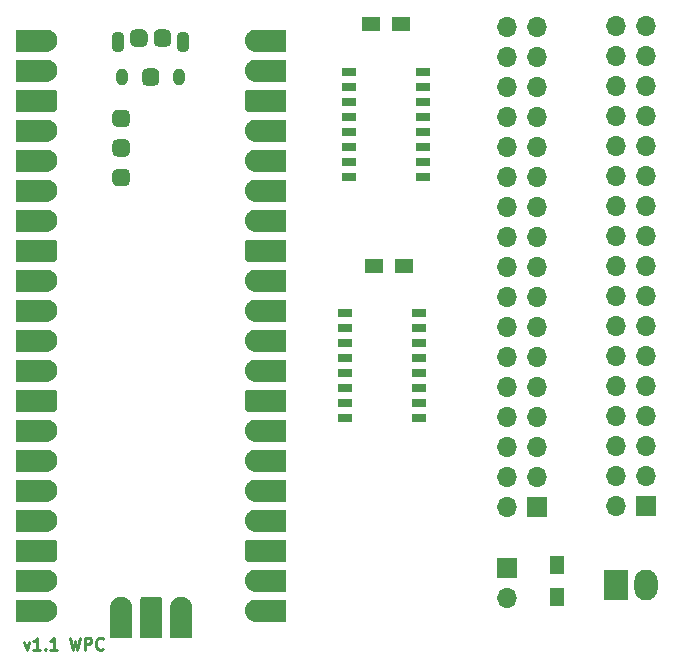
<source format=gts>
%TF.GenerationSoftware,KiCad,Pcbnew,5.1.10*%
%TF.CreationDate,2021-12-03T13:16:58+01:00*%
%TF.ProjectId,afterglow_pico,61667465-7267-46c6-9f77-5f7069636f2e,rev?*%
%TF.SameCoordinates,Original*%
%TF.FileFunction,Soldermask,Top*%
%TF.FilePolarity,Negative*%
%FSLAX46Y46*%
G04 Gerber Fmt 4.6, Leading zero omitted, Abs format (unit mm)*
G04 Created by KiCad (PCBNEW 5.1.10) date 2021-12-03 13:16:58*
%MOMM*%
%LPD*%
G01*
G04 APERTURE LIST*
%ADD10C,0.250000*%
%ADD11C,0.010000*%
%ADD12O,1.700000X1.700000*%
%ADD13R,1.700000X1.700000*%
%ADD14R,1.300000X1.500000*%
%ADD15R,1.300000X0.800000*%
%ADD16O,1.050000X1.450000*%
%ADD17O,1.100000X1.800000*%
%ADD18O,2.000000X2.600000*%
%ADD19R,2.000000X2.600000*%
%ADD20R,1.500000X1.250000*%
G04 APERTURE END LIST*
D10*
X168819047Y-120785714D02*
X169057142Y-121452380D01*
X169295238Y-120785714D01*
X170200000Y-121452380D02*
X169628571Y-121452380D01*
X169914285Y-121452380D02*
X169914285Y-120452380D01*
X169819047Y-120595238D01*
X169723809Y-120690476D01*
X169628571Y-120738095D01*
X170628571Y-121357142D02*
X170676190Y-121404761D01*
X170628571Y-121452380D01*
X170580952Y-121404761D01*
X170628571Y-121357142D01*
X170628571Y-121452380D01*
X171628571Y-121452380D02*
X171057142Y-121452380D01*
X171342857Y-121452380D02*
X171342857Y-120452380D01*
X171247619Y-120595238D01*
X171152380Y-120690476D01*
X171057142Y-120738095D01*
X172723809Y-120452380D02*
X172961904Y-121452380D01*
X173152380Y-120738095D01*
X173342857Y-121452380D01*
X173580952Y-120452380D01*
X173961904Y-121452380D02*
X173961904Y-120452380D01*
X174342857Y-120452380D01*
X174438095Y-120500000D01*
X174485714Y-120547619D01*
X174533333Y-120642857D01*
X174533333Y-120785714D01*
X174485714Y-120880952D01*
X174438095Y-120928571D01*
X174342857Y-120976190D01*
X173961904Y-120976190D01*
X175533333Y-121357142D02*
X175485714Y-121404761D01*
X175342857Y-121452380D01*
X175247619Y-121452380D01*
X175104761Y-121404761D01*
X175009523Y-121309523D01*
X174961904Y-121214285D01*
X174914285Y-121023809D01*
X174914285Y-120880952D01*
X174961904Y-120690476D01*
X175009523Y-120595238D01*
X175104761Y-120500000D01*
X175247619Y-120452380D01*
X175342857Y-120452380D01*
X175485714Y-120500000D01*
X175533333Y-120547619D01*
D11*
%TO.C,U5*%
G36*
X168170000Y-70750000D02*
G01*
X168170000Y-68950000D01*
X170670000Y-68950000D01*
X170717000Y-68951000D01*
X170764000Y-68955000D01*
X170811000Y-68961000D01*
X170857000Y-68970000D01*
X170903000Y-68981000D01*
X170948000Y-68994000D01*
X170993000Y-69010000D01*
X171036000Y-69028000D01*
X171079000Y-69048000D01*
X171120000Y-69071000D01*
X171160000Y-69095000D01*
X171199000Y-69122000D01*
X171236000Y-69151000D01*
X171272000Y-69181000D01*
X171306000Y-69214000D01*
X171339000Y-69248000D01*
X171369000Y-69284000D01*
X171398000Y-69321000D01*
X171425000Y-69360000D01*
X171449000Y-69400000D01*
X171472000Y-69441000D01*
X171492000Y-69484000D01*
X171510000Y-69527000D01*
X171526000Y-69572000D01*
X171539000Y-69617000D01*
X171550000Y-69663000D01*
X171559000Y-69709000D01*
X171565000Y-69756000D01*
X171569000Y-69803000D01*
X171570000Y-69850000D01*
X171569000Y-69897000D01*
X171565000Y-69944000D01*
X171559000Y-69991000D01*
X171550000Y-70037000D01*
X171539000Y-70083000D01*
X171526000Y-70128000D01*
X171510000Y-70173000D01*
X171492000Y-70216000D01*
X171472000Y-70259000D01*
X171449000Y-70300000D01*
X171425000Y-70340000D01*
X171398000Y-70379000D01*
X171369000Y-70416000D01*
X171339000Y-70452000D01*
X171306000Y-70486000D01*
X171272000Y-70519000D01*
X171236000Y-70549000D01*
X171199000Y-70578000D01*
X171160000Y-70605000D01*
X171120000Y-70629000D01*
X171079000Y-70652000D01*
X171036000Y-70672000D01*
X170993000Y-70690000D01*
X170948000Y-70706000D01*
X170903000Y-70719000D01*
X170857000Y-70730000D01*
X170811000Y-70739000D01*
X170764000Y-70745000D01*
X170717000Y-70749000D01*
X170670000Y-70750000D01*
X168170000Y-70750000D01*
G37*
X168170000Y-70750000D02*
X168170000Y-68950000D01*
X170670000Y-68950000D01*
X170717000Y-68951000D01*
X170764000Y-68955000D01*
X170811000Y-68961000D01*
X170857000Y-68970000D01*
X170903000Y-68981000D01*
X170948000Y-68994000D01*
X170993000Y-69010000D01*
X171036000Y-69028000D01*
X171079000Y-69048000D01*
X171120000Y-69071000D01*
X171160000Y-69095000D01*
X171199000Y-69122000D01*
X171236000Y-69151000D01*
X171272000Y-69181000D01*
X171306000Y-69214000D01*
X171339000Y-69248000D01*
X171369000Y-69284000D01*
X171398000Y-69321000D01*
X171425000Y-69360000D01*
X171449000Y-69400000D01*
X171472000Y-69441000D01*
X171492000Y-69484000D01*
X171510000Y-69527000D01*
X171526000Y-69572000D01*
X171539000Y-69617000D01*
X171550000Y-69663000D01*
X171559000Y-69709000D01*
X171565000Y-69756000D01*
X171569000Y-69803000D01*
X171570000Y-69850000D01*
X171569000Y-69897000D01*
X171565000Y-69944000D01*
X171559000Y-69991000D01*
X171550000Y-70037000D01*
X171539000Y-70083000D01*
X171526000Y-70128000D01*
X171510000Y-70173000D01*
X171492000Y-70216000D01*
X171472000Y-70259000D01*
X171449000Y-70300000D01*
X171425000Y-70340000D01*
X171398000Y-70379000D01*
X171369000Y-70416000D01*
X171339000Y-70452000D01*
X171306000Y-70486000D01*
X171272000Y-70519000D01*
X171236000Y-70549000D01*
X171199000Y-70578000D01*
X171160000Y-70605000D01*
X171120000Y-70629000D01*
X171079000Y-70652000D01*
X171036000Y-70672000D01*
X170993000Y-70690000D01*
X170948000Y-70706000D01*
X170903000Y-70719000D01*
X170857000Y-70730000D01*
X170811000Y-70739000D01*
X170764000Y-70745000D01*
X170717000Y-70749000D01*
X170670000Y-70750000D01*
X168170000Y-70750000D01*
G36*
X190950000Y-70750000D02*
G01*
X190950000Y-68950000D01*
X188450000Y-68950000D01*
X188403000Y-68951000D01*
X188356000Y-68955000D01*
X188309000Y-68961000D01*
X188263000Y-68970000D01*
X188217000Y-68981000D01*
X188172000Y-68994000D01*
X188127000Y-69010000D01*
X188084000Y-69028000D01*
X188041000Y-69048000D01*
X188000000Y-69071000D01*
X187960000Y-69095000D01*
X187921000Y-69122000D01*
X187884000Y-69151000D01*
X187848000Y-69181000D01*
X187814000Y-69214000D01*
X187781000Y-69248000D01*
X187751000Y-69284000D01*
X187722000Y-69321000D01*
X187695000Y-69360000D01*
X187671000Y-69400000D01*
X187648000Y-69441000D01*
X187628000Y-69484000D01*
X187610000Y-69527000D01*
X187594000Y-69572000D01*
X187581000Y-69617000D01*
X187570000Y-69663000D01*
X187561000Y-69709000D01*
X187555000Y-69756000D01*
X187551000Y-69803000D01*
X187550000Y-69850000D01*
X187551000Y-69897000D01*
X187555000Y-69944000D01*
X187561000Y-69991000D01*
X187570000Y-70037000D01*
X187581000Y-70083000D01*
X187594000Y-70128000D01*
X187610000Y-70173000D01*
X187628000Y-70216000D01*
X187648000Y-70259000D01*
X187671000Y-70300000D01*
X187695000Y-70340000D01*
X187722000Y-70379000D01*
X187751000Y-70416000D01*
X187781000Y-70452000D01*
X187814000Y-70486000D01*
X187848000Y-70519000D01*
X187884000Y-70549000D01*
X187921000Y-70578000D01*
X187960000Y-70605000D01*
X188000000Y-70629000D01*
X188041000Y-70652000D01*
X188084000Y-70672000D01*
X188127000Y-70690000D01*
X188172000Y-70706000D01*
X188217000Y-70719000D01*
X188263000Y-70730000D01*
X188309000Y-70739000D01*
X188356000Y-70745000D01*
X188403000Y-70749000D01*
X188450000Y-70750000D01*
X190950000Y-70750000D01*
G37*
X190950000Y-70750000D02*
X190950000Y-68950000D01*
X188450000Y-68950000D01*
X188403000Y-68951000D01*
X188356000Y-68955000D01*
X188309000Y-68961000D01*
X188263000Y-68970000D01*
X188217000Y-68981000D01*
X188172000Y-68994000D01*
X188127000Y-69010000D01*
X188084000Y-69028000D01*
X188041000Y-69048000D01*
X188000000Y-69071000D01*
X187960000Y-69095000D01*
X187921000Y-69122000D01*
X187884000Y-69151000D01*
X187848000Y-69181000D01*
X187814000Y-69214000D01*
X187781000Y-69248000D01*
X187751000Y-69284000D01*
X187722000Y-69321000D01*
X187695000Y-69360000D01*
X187671000Y-69400000D01*
X187648000Y-69441000D01*
X187628000Y-69484000D01*
X187610000Y-69527000D01*
X187594000Y-69572000D01*
X187581000Y-69617000D01*
X187570000Y-69663000D01*
X187561000Y-69709000D01*
X187555000Y-69756000D01*
X187551000Y-69803000D01*
X187550000Y-69850000D01*
X187551000Y-69897000D01*
X187555000Y-69944000D01*
X187561000Y-69991000D01*
X187570000Y-70037000D01*
X187581000Y-70083000D01*
X187594000Y-70128000D01*
X187610000Y-70173000D01*
X187628000Y-70216000D01*
X187648000Y-70259000D01*
X187671000Y-70300000D01*
X187695000Y-70340000D01*
X187722000Y-70379000D01*
X187751000Y-70416000D01*
X187781000Y-70452000D01*
X187814000Y-70486000D01*
X187848000Y-70519000D01*
X187884000Y-70549000D01*
X187921000Y-70578000D01*
X187960000Y-70605000D01*
X188000000Y-70629000D01*
X188041000Y-70652000D01*
X188084000Y-70672000D01*
X188127000Y-70690000D01*
X188172000Y-70706000D01*
X188217000Y-70719000D01*
X188263000Y-70730000D01*
X188309000Y-70739000D01*
X188356000Y-70745000D01*
X188403000Y-70749000D01*
X188450000Y-70750000D01*
X190950000Y-70750000D01*
G36*
X168170000Y-75830000D02*
G01*
X168170000Y-74030000D01*
X171270000Y-74030000D01*
X171286000Y-74030000D01*
X171301000Y-74032000D01*
X171317000Y-74034000D01*
X171332000Y-74037000D01*
X171348000Y-74040000D01*
X171363000Y-74045000D01*
X171378000Y-74050000D01*
X171392000Y-74056000D01*
X171406000Y-74063000D01*
X171420000Y-74070000D01*
X171433000Y-74078000D01*
X171446000Y-74087000D01*
X171459000Y-74097000D01*
X171471000Y-74107000D01*
X171482000Y-74118000D01*
X171493000Y-74129000D01*
X171503000Y-74141000D01*
X171513000Y-74154000D01*
X171522000Y-74167000D01*
X171530000Y-74180000D01*
X171537000Y-74194000D01*
X171544000Y-74208000D01*
X171550000Y-74222000D01*
X171555000Y-74237000D01*
X171560000Y-74252000D01*
X171563000Y-74268000D01*
X171566000Y-74283000D01*
X171568000Y-74299000D01*
X171570000Y-74314000D01*
X171570000Y-74330000D01*
X171570000Y-75530000D01*
X171570000Y-75546000D01*
X171568000Y-75561000D01*
X171566000Y-75577000D01*
X171563000Y-75592000D01*
X171560000Y-75608000D01*
X171555000Y-75623000D01*
X171550000Y-75638000D01*
X171544000Y-75652000D01*
X171537000Y-75666000D01*
X171530000Y-75680000D01*
X171522000Y-75693000D01*
X171513000Y-75706000D01*
X171503000Y-75719000D01*
X171493000Y-75731000D01*
X171482000Y-75742000D01*
X171471000Y-75753000D01*
X171459000Y-75763000D01*
X171446000Y-75773000D01*
X171433000Y-75782000D01*
X171420000Y-75790000D01*
X171406000Y-75797000D01*
X171392000Y-75804000D01*
X171378000Y-75810000D01*
X171363000Y-75815000D01*
X171348000Y-75820000D01*
X171332000Y-75823000D01*
X171317000Y-75826000D01*
X171301000Y-75828000D01*
X171286000Y-75830000D01*
X171270000Y-75830000D01*
X168170000Y-75830000D01*
G37*
X168170000Y-75830000D02*
X168170000Y-74030000D01*
X171270000Y-74030000D01*
X171286000Y-74030000D01*
X171301000Y-74032000D01*
X171317000Y-74034000D01*
X171332000Y-74037000D01*
X171348000Y-74040000D01*
X171363000Y-74045000D01*
X171378000Y-74050000D01*
X171392000Y-74056000D01*
X171406000Y-74063000D01*
X171420000Y-74070000D01*
X171433000Y-74078000D01*
X171446000Y-74087000D01*
X171459000Y-74097000D01*
X171471000Y-74107000D01*
X171482000Y-74118000D01*
X171493000Y-74129000D01*
X171503000Y-74141000D01*
X171513000Y-74154000D01*
X171522000Y-74167000D01*
X171530000Y-74180000D01*
X171537000Y-74194000D01*
X171544000Y-74208000D01*
X171550000Y-74222000D01*
X171555000Y-74237000D01*
X171560000Y-74252000D01*
X171563000Y-74268000D01*
X171566000Y-74283000D01*
X171568000Y-74299000D01*
X171570000Y-74314000D01*
X171570000Y-74330000D01*
X171570000Y-75530000D01*
X171570000Y-75546000D01*
X171568000Y-75561000D01*
X171566000Y-75577000D01*
X171563000Y-75592000D01*
X171560000Y-75608000D01*
X171555000Y-75623000D01*
X171550000Y-75638000D01*
X171544000Y-75652000D01*
X171537000Y-75666000D01*
X171530000Y-75680000D01*
X171522000Y-75693000D01*
X171513000Y-75706000D01*
X171503000Y-75719000D01*
X171493000Y-75731000D01*
X171482000Y-75742000D01*
X171471000Y-75753000D01*
X171459000Y-75763000D01*
X171446000Y-75773000D01*
X171433000Y-75782000D01*
X171420000Y-75790000D01*
X171406000Y-75797000D01*
X171392000Y-75804000D01*
X171378000Y-75810000D01*
X171363000Y-75815000D01*
X171348000Y-75820000D01*
X171332000Y-75823000D01*
X171317000Y-75826000D01*
X171301000Y-75828000D01*
X171286000Y-75830000D01*
X171270000Y-75830000D01*
X168170000Y-75830000D01*
G36*
X190950000Y-75830000D02*
G01*
X190950000Y-74030000D01*
X187850000Y-74030000D01*
X187834000Y-74030000D01*
X187819000Y-74032000D01*
X187803000Y-74034000D01*
X187788000Y-74037000D01*
X187772000Y-74040000D01*
X187757000Y-74045000D01*
X187742000Y-74050000D01*
X187728000Y-74056000D01*
X187714000Y-74063000D01*
X187700000Y-74070000D01*
X187687000Y-74078000D01*
X187674000Y-74087000D01*
X187661000Y-74097000D01*
X187649000Y-74107000D01*
X187638000Y-74118000D01*
X187627000Y-74129000D01*
X187617000Y-74141000D01*
X187607000Y-74154000D01*
X187598000Y-74167000D01*
X187590000Y-74180000D01*
X187583000Y-74194000D01*
X187576000Y-74208000D01*
X187570000Y-74222000D01*
X187565000Y-74237000D01*
X187560000Y-74252000D01*
X187557000Y-74268000D01*
X187554000Y-74283000D01*
X187552000Y-74299000D01*
X187550000Y-74314000D01*
X187550000Y-74330000D01*
X187550000Y-75530000D01*
X187550000Y-75546000D01*
X187552000Y-75561000D01*
X187554000Y-75577000D01*
X187557000Y-75592000D01*
X187560000Y-75608000D01*
X187565000Y-75623000D01*
X187570000Y-75638000D01*
X187576000Y-75652000D01*
X187583000Y-75666000D01*
X187590000Y-75680000D01*
X187598000Y-75693000D01*
X187607000Y-75706000D01*
X187617000Y-75719000D01*
X187627000Y-75731000D01*
X187638000Y-75742000D01*
X187649000Y-75753000D01*
X187661000Y-75763000D01*
X187674000Y-75773000D01*
X187687000Y-75782000D01*
X187700000Y-75790000D01*
X187714000Y-75797000D01*
X187728000Y-75804000D01*
X187742000Y-75810000D01*
X187757000Y-75815000D01*
X187772000Y-75820000D01*
X187788000Y-75823000D01*
X187803000Y-75826000D01*
X187819000Y-75828000D01*
X187834000Y-75830000D01*
X187850000Y-75830000D01*
X190950000Y-75830000D01*
G37*
X190950000Y-75830000D02*
X190950000Y-74030000D01*
X187850000Y-74030000D01*
X187834000Y-74030000D01*
X187819000Y-74032000D01*
X187803000Y-74034000D01*
X187788000Y-74037000D01*
X187772000Y-74040000D01*
X187757000Y-74045000D01*
X187742000Y-74050000D01*
X187728000Y-74056000D01*
X187714000Y-74063000D01*
X187700000Y-74070000D01*
X187687000Y-74078000D01*
X187674000Y-74087000D01*
X187661000Y-74097000D01*
X187649000Y-74107000D01*
X187638000Y-74118000D01*
X187627000Y-74129000D01*
X187617000Y-74141000D01*
X187607000Y-74154000D01*
X187598000Y-74167000D01*
X187590000Y-74180000D01*
X187583000Y-74194000D01*
X187576000Y-74208000D01*
X187570000Y-74222000D01*
X187565000Y-74237000D01*
X187560000Y-74252000D01*
X187557000Y-74268000D01*
X187554000Y-74283000D01*
X187552000Y-74299000D01*
X187550000Y-74314000D01*
X187550000Y-74330000D01*
X187550000Y-75530000D01*
X187550000Y-75546000D01*
X187552000Y-75561000D01*
X187554000Y-75577000D01*
X187557000Y-75592000D01*
X187560000Y-75608000D01*
X187565000Y-75623000D01*
X187570000Y-75638000D01*
X187576000Y-75652000D01*
X187583000Y-75666000D01*
X187590000Y-75680000D01*
X187598000Y-75693000D01*
X187607000Y-75706000D01*
X187617000Y-75719000D01*
X187627000Y-75731000D01*
X187638000Y-75742000D01*
X187649000Y-75753000D01*
X187661000Y-75763000D01*
X187674000Y-75773000D01*
X187687000Y-75782000D01*
X187700000Y-75790000D01*
X187714000Y-75797000D01*
X187728000Y-75804000D01*
X187742000Y-75810000D01*
X187757000Y-75815000D01*
X187772000Y-75820000D01*
X187788000Y-75823000D01*
X187803000Y-75826000D01*
X187819000Y-75828000D01*
X187834000Y-75830000D01*
X187850000Y-75830000D01*
X190950000Y-75830000D01*
G36*
X176120000Y-120380000D02*
G01*
X176120000Y-117880000D01*
X176121000Y-117833000D01*
X176125000Y-117786000D01*
X176131000Y-117739000D01*
X176140000Y-117693000D01*
X176151000Y-117647000D01*
X176164000Y-117602000D01*
X176180000Y-117557000D01*
X176198000Y-117514000D01*
X176218000Y-117471000D01*
X176241000Y-117430000D01*
X176265000Y-117390000D01*
X176292000Y-117351000D01*
X176321000Y-117314000D01*
X176351000Y-117278000D01*
X176384000Y-117244000D01*
X176418000Y-117211000D01*
X176454000Y-117181000D01*
X176491000Y-117152000D01*
X176530000Y-117125000D01*
X176570000Y-117101000D01*
X176611000Y-117078000D01*
X176654000Y-117058000D01*
X176697000Y-117040000D01*
X176742000Y-117024000D01*
X176787000Y-117011000D01*
X176833000Y-117000000D01*
X176879000Y-116991000D01*
X176926000Y-116985000D01*
X176973000Y-116981000D01*
X177020000Y-116980000D01*
X177067000Y-116981000D01*
X177114000Y-116985000D01*
X177161000Y-116991000D01*
X177207000Y-117000000D01*
X177253000Y-117011000D01*
X177298000Y-117024000D01*
X177343000Y-117040000D01*
X177386000Y-117058000D01*
X177429000Y-117078000D01*
X177470000Y-117101000D01*
X177510000Y-117125000D01*
X177549000Y-117152000D01*
X177586000Y-117181000D01*
X177622000Y-117211000D01*
X177656000Y-117244000D01*
X177689000Y-117278000D01*
X177719000Y-117314000D01*
X177748000Y-117351000D01*
X177775000Y-117390000D01*
X177799000Y-117430000D01*
X177822000Y-117471000D01*
X177842000Y-117514000D01*
X177860000Y-117557000D01*
X177876000Y-117602000D01*
X177889000Y-117647000D01*
X177900000Y-117693000D01*
X177909000Y-117739000D01*
X177915000Y-117786000D01*
X177919000Y-117833000D01*
X177920000Y-117880000D01*
X177920000Y-120380000D01*
X176120000Y-120380000D01*
G37*
X176120000Y-120380000D02*
X176120000Y-117880000D01*
X176121000Y-117833000D01*
X176125000Y-117786000D01*
X176131000Y-117739000D01*
X176140000Y-117693000D01*
X176151000Y-117647000D01*
X176164000Y-117602000D01*
X176180000Y-117557000D01*
X176198000Y-117514000D01*
X176218000Y-117471000D01*
X176241000Y-117430000D01*
X176265000Y-117390000D01*
X176292000Y-117351000D01*
X176321000Y-117314000D01*
X176351000Y-117278000D01*
X176384000Y-117244000D01*
X176418000Y-117211000D01*
X176454000Y-117181000D01*
X176491000Y-117152000D01*
X176530000Y-117125000D01*
X176570000Y-117101000D01*
X176611000Y-117078000D01*
X176654000Y-117058000D01*
X176697000Y-117040000D01*
X176742000Y-117024000D01*
X176787000Y-117011000D01*
X176833000Y-117000000D01*
X176879000Y-116991000D01*
X176926000Y-116985000D01*
X176973000Y-116981000D01*
X177020000Y-116980000D01*
X177067000Y-116981000D01*
X177114000Y-116985000D01*
X177161000Y-116991000D01*
X177207000Y-117000000D01*
X177253000Y-117011000D01*
X177298000Y-117024000D01*
X177343000Y-117040000D01*
X177386000Y-117058000D01*
X177429000Y-117078000D01*
X177470000Y-117101000D01*
X177510000Y-117125000D01*
X177549000Y-117152000D01*
X177586000Y-117181000D01*
X177622000Y-117211000D01*
X177656000Y-117244000D01*
X177689000Y-117278000D01*
X177719000Y-117314000D01*
X177748000Y-117351000D01*
X177775000Y-117390000D01*
X177799000Y-117430000D01*
X177822000Y-117471000D01*
X177842000Y-117514000D01*
X177860000Y-117557000D01*
X177876000Y-117602000D01*
X177889000Y-117647000D01*
X177900000Y-117693000D01*
X177909000Y-117739000D01*
X177915000Y-117786000D01*
X177919000Y-117833000D01*
X177920000Y-117880000D01*
X177920000Y-120380000D01*
X176120000Y-120380000D01*
G36*
X178660000Y-120380000D02*
G01*
X178660000Y-117280000D01*
X178660000Y-117264000D01*
X178662000Y-117249000D01*
X178664000Y-117233000D01*
X178667000Y-117218000D01*
X178670000Y-117202000D01*
X178675000Y-117187000D01*
X178680000Y-117172000D01*
X178686000Y-117158000D01*
X178693000Y-117144000D01*
X178700000Y-117130000D01*
X178708000Y-117117000D01*
X178717000Y-117104000D01*
X178727000Y-117091000D01*
X178737000Y-117079000D01*
X178748000Y-117068000D01*
X178759000Y-117057000D01*
X178771000Y-117047000D01*
X178784000Y-117037000D01*
X178797000Y-117028000D01*
X178810000Y-117020000D01*
X178824000Y-117013000D01*
X178838000Y-117006000D01*
X178852000Y-117000000D01*
X178867000Y-116995000D01*
X178882000Y-116990000D01*
X178898000Y-116987000D01*
X178913000Y-116984000D01*
X178929000Y-116982000D01*
X178944000Y-116980000D01*
X178960000Y-116980000D01*
X180160000Y-116980000D01*
X180176000Y-116980000D01*
X180191000Y-116982000D01*
X180207000Y-116984000D01*
X180222000Y-116987000D01*
X180238000Y-116990000D01*
X180253000Y-116995000D01*
X180268000Y-117000000D01*
X180282000Y-117006000D01*
X180296000Y-117013000D01*
X180310000Y-117020000D01*
X180323000Y-117028000D01*
X180336000Y-117037000D01*
X180349000Y-117047000D01*
X180361000Y-117057000D01*
X180372000Y-117068000D01*
X180383000Y-117079000D01*
X180393000Y-117091000D01*
X180403000Y-117104000D01*
X180412000Y-117117000D01*
X180420000Y-117130000D01*
X180427000Y-117144000D01*
X180434000Y-117158000D01*
X180440000Y-117172000D01*
X180445000Y-117187000D01*
X180450000Y-117202000D01*
X180453000Y-117218000D01*
X180456000Y-117233000D01*
X180458000Y-117249000D01*
X180460000Y-117264000D01*
X180460000Y-117280000D01*
X180460000Y-120380000D01*
X178660000Y-120380000D01*
G37*
X178660000Y-120380000D02*
X178660000Y-117280000D01*
X178660000Y-117264000D01*
X178662000Y-117249000D01*
X178664000Y-117233000D01*
X178667000Y-117218000D01*
X178670000Y-117202000D01*
X178675000Y-117187000D01*
X178680000Y-117172000D01*
X178686000Y-117158000D01*
X178693000Y-117144000D01*
X178700000Y-117130000D01*
X178708000Y-117117000D01*
X178717000Y-117104000D01*
X178727000Y-117091000D01*
X178737000Y-117079000D01*
X178748000Y-117068000D01*
X178759000Y-117057000D01*
X178771000Y-117047000D01*
X178784000Y-117037000D01*
X178797000Y-117028000D01*
X178810000Y-117020000D01*
X178824000Y-117013000D01*
X178838000Y-117006000D01*
X178852000Y-117000000D01*
X178867000Y-116995000D01*
X178882000Y-116990000D01*
X178898000Y-116987000D01*
X178913000Y-116984000D01*
X178929000Y-116982000D01*
X178944000Y-116980000D01*
X178960000Y-116980000D01*
X180160000Y-116980000D01*
X180176000Y-116980000D01*
X180191000Y-116982000D01*
X180207000Y-116984000D01*
X180222000Y-116987000D01*
X180238000Y-116990000D01*
X180253000Y-116995000D01*
X180268000Y-117000000D01*
X180282000Y-117006000D01*
X180296000Y-117013000D01*
X180310000Y-117020000D01*
X180323000Y-117028000D01*
X180336000Y-117037000D01*
X180349000Y-117047000D01*
X180361000Y-117057000D01*
X180372000Y-117068000D01*
X180383000Y-117079000D01*
X180393000Y-117091000D01*
X180403000Y-117104000D01*
X180412000Y-117117000D01*
X180420000Y-117130000D01*
X180427000Y-117144000D01*
X180434000Y-117158000D01*
X180440000Y-117172000D01*
X180445000Y-117187000D01*
X180450000Y-117202000D01*
X180453000Y-117218000D01*
X180456000Y-117233000D01*
X180458000Y-117249000D01*
X180460000Y-117264000D01*
X180460000Y-117280000D01*
X180460000Y-120380000D01*
X178660000Y-120380000D01*
G36*
X168170000Y-73290000D02*
G01*
X168170000Y-71490000D01*
X170670000Y-71490000D01*
X170717000Y-71491000D01*
X170764000Y-71495000D01*
X170811000Y-71501000D01*
X170857000Y-71510000D01*
X170903000Y-71521000D01*
X170948000Y-71534000D01*
X170993000Y-71550000D01*
X171036000Y-71568000D01*
X171079000Y-71588000D01*
X171120000Y-71611000D01*
X171160000Y-71635000D01*
X171199000Y-71662000D01*
X171236000Y-71691000D01*
X171272000Y-71721000D01*
X171306000Y-71754000D01*
X171339000Y-71788000D01*
X171369000Y-71824000D01*
X171398000Y-71861000D01*
X171425000Y-71900000D01*
X171449000Y-71940000D01*
X171472000Y-71981000D01*
X171492000Y-72024000D01*
X171510000Y-72067000D01*
X171526000Y-72112000D01*
X171539000Y-72157000D01*
X171550000Y-72203000D01*
X171559000Y-72249000D01*
X171565000Y-72296000D01*
X171569000Y-72343000D01*
X171570000Y-72390000D01*
X171569000Y-72437000D01*
X171565000Y-72484000D01*
X171559000Y-72531000D01*
X171550000Y-72577000D01*
X171539000Y-72623000D01*
X171526000Y-72668000D01*
X171510000Y-72713000D01*
X171492000Y-72756000D01*
X171472000Y-72799000D01*
X171449000Y-72840000D01*
X171425000Y-72880000D01*
X171398000Y-72919000D01*
X171369000Y-72956000D01*
X171339000Y-72992000D01*
X171306000Y-73026000D01*
X171272000Y-73059000D01*
X171236000Y-73089000D01*
X171199000Y-73118000D01*
X171160000Y-73145000D01*
X171120000Y-73169000D01*
X171079000Y-73192000D01*
X171036000Y-73212000D01*
X170993000Y-73230000D01*
X170948000Y-73246000D01*
X170903000Y-73259000D01*
X170857000Y-73270000D01*
X170811000Y-73279000D01*
X170764000Y-73285000D01*
X170717000Y-73289000D01*
X170670000Y-73290000D01*
X168170000Y-73290000D01*
G37*
X168170000Y-73290000D02*
X168170000Y-71490000D01*
X170670000Y-71490000D01*
X170717000Y-71491000D01*
X170764000Y-71495000D01*
X170811000Y-71501000D01*
X170857000Y-71510000D01*
X170903000Y-71521000D01*
X170948000Y-71534000D01*
X170993000Y-71550000D01*
X171036000Y-71568000D01*
X171079000Y-71588000D01*
X171120000Y-71611000D01*
X171160000Y-71635000D01*
X171199000Y-71662000D01*
X171236000Y-71691000D01*
X171272000Y-71721000D01*
X171306000Y-71754000D01*
X171339000Y-71788000D01*
X171369000Y-71824000D01*
X171398000Y-71861000D01*
X171425000Y-71900000D01*
X171449000Y-71940000D01*
X171472000Y-71981000D01*
X171492000Y-72024000D01*
X171510000Y-72067000D01*
X171526000Y-72112000D01*
X171539000Y-72157000D01*
X171550000Y-72203000D01*
X171559000Y-72249000D01*
X171565000Y-72296000D01*
X171569000Y-72343000D01*
X171570000Y-72390000D01*
X171569000Y-72437000D01*
X171565000Y-72484000D01*
X171559000Y-72531000D01*
X171550000Y-72577000D01*
X171539000Y-72623000D01*
X171526000Y-72668000D01*
X171510000Y-72713000D01*
X171492000Y-72756000D01*
X171472000Y-72799000D01*
X171449000Y-72840000D01*
X171425000Y-72880000D01*
X171398000Y-72919000D01*
X171369000Y-72956000D01*
X171339000Y-72992000D01*
X171306000Y-73026000D01*
X171272000Y-73059000D01*
X171236000Y-73089000D01*
X171199000Y-73118000D01*
X171160000Y-73145000D01*
X171120000Y-73169000D01*
X171079000Y-73192000D01*
X171036000Y-73212000D01*
X170993000Y-73230000D01*
X170948000Y-73246000D01*
X170903000Y-73259000D01*
X170857000Y-73270000D01*
X170811000Y-73279000D01*
X170764000Y-73285000D01*
X170717000Y-73289000D01*
X170670000Y-73290000D01*
X168170000Y-73290000D01*
G36*
X168170000Y-78370000D02*
G01*
X168170000Y-76570000D01*
X170670000Y-76570000D01*
X170717000Y-76571000D01*
X170764000Y-76575000D01*
X170811000Y-76581000D01*
X170857000Y-76590000D01*
X170903000Y-76601000D01*
X170948000Y-76614000D01*
X170993000Y-76630000D01*
X171036000Y-76648000D01*
X171079000Y-76668000D01*
X171120000Y-76691000D01*
X171160000Y-76715000D01*
X171199000Y-76742000D01*
X171236000Y-76771000D01*
X171272000Y-76801000D01*
X171306000Y-76834000D01*
X171339000Y-76868000D01*
X171369000Y-76904000D01*
X171398000Y-76941000D01*
X171425000Y-76980000D01*
X171449000Y-77020000D01*
X171472000Y-77061000D01*
X171492000Y-77104000D01*
X171510000Y-77147000D01*
X171526000Y-77192000D01*
X171539000Y-77237000D01*
X171550000Y-77283000D01*
X171559000Y-77329000D01*
X171565000Y-77376000D01*
X171569000Y-77423000D01*
X171570000Y-77470000D01*
X171569000Y-77517000D01*
X171565000Y-77564000D01*
X171559000Y-77611000D01*
X171550000Y-77657000D01*
X171539000Y-77703000D01*
X171526000Y-77748000D01*
X171510000Y-77793000D01*
X171492000Y-77836000D01*
X171472000Y-77879000D01*
X171449000Y-77920000D01*
X171425000Y-77960000D01*
X171398000Y-77999000D01*
X171369000Y-78036000D01*
X171339000Y-78072000D01*
X171306000Y-78106000D01*
X171272000Y-78139000D01*
X171236000Y-78169000D01*
X171199000Y-78198000D01*
X171160000Y-78225000D01*
X171120000Y-78249000D01*
X171079000Y-78272000D01*
X171036000Y-78292000D01*
X170993000Y-78310000D01*
X170948000Y-78326000D01*
X170903000Y-78339000D01*
X170857000Y-78350000D01*
X170811000Y-78359000D01*
X170764000Y-78365000D01*
X170717000Y-78369000D01*
X170670000Y-78370000D01*
X168170000Y-78370000D01*
G37*
X168170000Y-78370000D02*
X168170000Y-76570000D01*
X170670000Y-76570000D01*
X170717000Y-76571000D01*
X170764000Y-76575000D01*
X170811000Y-76581000D01*
X170857000Y-76590000D01*
X170903000Y-76601000D01*
X170948000Y-76614000D01*
X170993000Y-76630000D01*
X171036000Y-76648000D01*
X171079000Y-76668000D01*
X171120000Y-76691000D01*
X171160000Y-76715000D01*
X171199000Y-76742000D01*
X171236000Y-76771000D01*
X171272000Y-76801000D01*
X171306000Y-76834000D01*
X171339000Y-76868000D01*
X171369000Y-76904000D01*
X171398000Y-76941000D01*
X171425000Y-76980000D01*
X171449000Y-77020000D01*
X171472000Y-77061000D01*
X171492000Y-77104000D01*
X171510000Y-77147000D01*
X171526000Y-77192000D01*
X171539000Y-77237000D01*
X171550000Y-77283000D01*
X171559000Y-77329000D01*
X171565000Y-77376000D01*
X171569000Y-77423000D01*
X171570000Y-77470000D01*
X171569000Y-77517000D01*
X171565000Y-77564000D01*
X171559000Y-77611000D01*
X171550000Y-77657000D01*
X171539000Y-77703000D01*
X171526000Y-77748000D01*
X171510000Y-77793000D01*
X171492000Y-77836000D01*
X171472000Y-77879000D01*
X171449000Y-77920000D01*
X171425000Y-77960000D01*
X171398000Y-77999000D01*
X171369000Y-78036000D01*
X171339000Y-78072000D01*
X171306000Y-78106000D01*
X171272000Y-78139000D01*
X171236000Y-78169000D01*
X171199000Y-78198000D01*
X171160000Y-78225000D01*
X171120000Y-78249000D01*
X171079000Y-78272000D01*
X171036000Y-78292000D01*
X170993000Y-78310000D01*
X170948000Y-78326000D01*
X170903000Y-78339000D01*
X170857000Y-78350000D01*
X170811000Y-78359000D01*
X170764000Y-78365000D01*
X170717000Y-78369000D01*
X170670000Y-78370000D01*
X168170000Y-78370000D01*
G36*
X168170000Y-80910000D02*
G01*
X168170000Y-79110000D01*
X170670000Y-79110000D01*
X170717000Y-79111000D01*
X170764000Y-79115000D01*
X170811000Y-79121000D01*
X170857000Y-79130000D01*
X170903000Y-79141000D01*
X170948000Y-79154000D01*
X170993000Y-79170000D01*
X171036000Y-79188000D01*
X171079000Y-79208000D01*
X171120000Y-79231000D01*
X171160000Y-79255000D01*
X171199000Y-79282000D01*
X171236000Y-79311000D01*
X171272000Y-79341000D01*
X171306000Y-79374000D01*
X171339000Y-79408000D01*
X171369000Y-79444000D01*
X171398000Y-79481000D01*
X171425000Y-79520000D01*
X171449000Y-79560000D01*
X171472000Y-79601000D01*
X171492000Y-79644000D01*
X171510000Y-79687000D01*
X171526000Y-79732000D01*
X171539000Y-79777000D01*
X171550000Y-79823000D01*
X171559000Y-79869000D01*
X171565000Y-79916000D01*
X171569000Y-79963000D01*
X171570000Y-80010000D01*
X171569000Y-80057000D01*
X171565000Y-80104000D01*
X171559000Y-80151000D01*
X171550000Y-80197000D01*
X171539000Y-80243000D01*
X171526000Y-80288000D01*
X171510000Y-80333000D01*
X171492000Y-80376000D01*
X171472000Y-80419000D01*
X171449000Y-80460000D01*
X171425000Y-80500000D01*
X171398000Y-80539000D01*
X171369000Y-80576000D01*
X171339000Y-80612000D01*
X171306000Y-80646000D01*
X171272000Y-80679000D01*
X171236000Y-80709000D01*
X171199000Y-80738000D01*
X171160000Y-80765000D01*
X171120000Y-80789000D01*
X171079000Y-80812000D01*
X171036000Y-80832000D01*
X170993000Y-80850000D01*
X170948000Y-80866000D01*
X170903000Y-80879000D01*
X170857000Y-80890000D01*
X170811000Y-80899000D01*
X170764000Y-80905000D01*
X170717000Y-80909000D01*
X170670000Y-80910000D01*
X168170000Y-80910000D01*
G37*
X168170000Y-80910000D02*
X168170000Y-79110000D01*
X170670000Y-79110000D01*
X170717000Y-79111000D01*
X170764000Y-79115000D01*
X170811000Y-79121000D01*
X170857000Y-79130000D01*
X170903000Y-79141000D01*
X170948000Y-79154000D01*
X170993000Y-79170000D01*
X171036000Y-79188000D01*
X171079000Y-79208000D01*
X171120000Y-79231000D01*
X171160000Y-79255000D01*
X171199000Y-79282000D01*
X171236000Y-79311000D01*
X171272000Y-79341000D01*
X171306000Y-79374000D01*
X171339000Y-79408000D01*
X171369000Y-79444000D01*
X171398000Y-79481000D01*
X171425000Y-79520000D01*
X171449000Y-79560000D01*
X171472000Y-79601000D01*
X171492000Y-79644000D01*
X171510000Y-79687000D01*
X171526000Y-79732000D01*
X171539000Y-79777000D01*
X171550000Y-79823000D01*
X171559000Y-79869000D01*
X171565000Y-79916000D01*
X171569000Y-79963000D01*
X171570000Y-80010000D01*
X171569000Y-80057000D01*
X171565000Y-80104000D01*
X171559000Y-80151000D01*
X171550000Y-80197000D01*
X171539000Y-80243000D01*
X171526000Y-80288000D01*
X171510000Y-80333000D01*
X171492000Y-80376000D01*
X171472000Y-80419000D01*
X171449000Y-80460000D01*
X171425000Y-80500000D01*
X171398000Y-80539000D01*
X171369000Y-80576000D01*
X171339000Y-80612000D01*
X171306000Y-80646000D01*
X171272000Y-80679000D01*
X171236000Y-80709000D01*
X171199000Y-80738000D01*
X171160000Y-80765000D01*
X171120000Y-80789000D01*
X171079000Y-80812000D01*
X171036000Y-80832000D01*
X170993000Y-80850000D01*
X170948000Y-80866000D01*
X170903000Y-80879000D01*
X170857000Y-80890000D01*
X170811000Y-80899000D01*
X170764000Y-80905000D01*
X170717000Y-80909000D01*
X170670000Y-80910000D01*
X168170000Y-80910000D01*
G36*
X168170000Y-83450000D02*
G01*
X168170000Y-81650000D01*
X170670000Y-81650000D01*
X170717000Y-81651000D01*
X170764000Y-81655000D01*
X170811000Y-81661000D01*
X170857000Y-81670000D01*
X170903000Y-81681000D01*
X170948000Y-81694000D01*
X170993000Y-81710000D01*
X171036000Y-81728000D01*
X171079000Y-81748000D01*
X171120000Y-81771000D01*
X171160000Y-81795000D01*
X171199000Y-81822000D01*
X171236000Y-81851000D01*
X171272000Y-81881000D01*
X171306000Y-81914000D01*
X171339000Y-81948000D01*
X171369000Y-81984000D01*
X171398000Y-82021000D01*
X171425000Y-82060000D01*
X171449000Y-82100000D01*
X171472000Y-82141000D01*
X171492000Y-82184000D01*
X171510000Y-82227000D01*
X171526000Y-82272000D01*
X171539000Y-82317000D01*
X171550000Y-82363000D01*
X171559000Y-82409000D01*
X171565000Y-82456000D01*
X171569000Y-82503000D01*
X171570000Y-82550000D01*
X171569000Y-82597000D01*
X171565000Y-82644000D01*
X171559000Y-82691000D01*
X171550000Y-82737000D01*
X171539000Y-82783000D01*
X171526000Y-82828000D01*
X171510000Y-82873000D01*
X171492000Y-82916000D01*
X171472000Y-82959000D01*
X171449000Y-83000000D01*
X171425000Y-83040000D01*
X171398000Y-83079000D01*
X171369000Y-83116000D01*
X171339000Y-83152000D01*
X171306000Y-83186000D01*
X171272000Y-83219000D01*
X171236000Y-83249000D01*
X171199000Y-83278000D01*
X171160000Y-83305000D01*
X171120000Y-83329000D01*
X171079000Y-83352000D01*
X171036000Y-83372000D01*
X170993000Y-83390000D01*
X170948000Y-83406000D01*
X170903000Y-83419000D01*
X170857000Y-83430000D01*
X170811000Y-83439000D01*
X170764000Y-83445000D01*
X170717000Y-83449000D01*
X170670000Y-83450000D01*
X168170000Y-83450000D01*
G37*
X168170000Y-83450000D02*
X168170000Y-81650000D01*
X170670000Y-81650000D01*
X170717000Y-81651000D01*
X170764000Y-81655000D01*
X170811000Y-81661000D01*
X170857000Y-81670000D01*
X170903000Y-81681000D01*
X170948000Y-81694000D01*
X170993000Y-81710000D01*
X171036000Y-81728000D01*
X171079000Y-81748000D01*
X171120000Y-81771000D01*
X171160000Y-81795000D01*
X171199000Y-81822000D01*
X171236000Y-81851000D01*
X171272000Y-81881000D01*
X171306000Y-81914000D01*
X171339000Y-81948000D01*
X171369000Y-81984000D01*
X171398000Y-82021000D01*
X171425000Y-82060000D01*
X171449000Y-82100000D01*
X171472000Y-82141000D01*
X171492000Y-82184000D01*
X171510000Y-82227000D01*
X171526000Y-82272000D01*
X171539000Y-82317000D01*
X171550000Y-82363000D01*
X171559000Y-82409000D01*
X171565000Y-82456000D01*
X171569000Y-82503000D01*
X171570000Y-82550000D01*
X171569000Y-82597000D01*
X171565000Y-82644000D01*
X171559000Y-82691000D01*
X171550000Y-82737000D01*
X171539000Y-82783000D01*
X171526000Y-82828000D01*
X171510000Y-82873000D01*
X171492000Y-82916000D01*
X171472000Y-82959000D01*
X171449000Y-83000000D01*
X171425000Y-83040000D01*
X171398000Y-83079000D01*
X171369000Y-83116000D01*
X171339000Y-83152000D01*
X171306000Y-83186000D01*
X171272000Y-83219000D01*
X171236000Y-83249000D01*
X171199000Y-83278000D01*
X171160000Y-83305000D01*
X171120000Y-83329000D01*
X171079000Y-83352000D01*
X171036000Y-83372000D01*
X170993000Y-83390000D01*
X170948000Y-83406000D01*
X170903000Y-83419000D01*
X170857000Y-83430000D01*
X170811000Y-83439000D01*
X170764000Y-83445000D01*
X170717000Y-83449000D01*
X170670000Y-83450000D01*
X168170000Y-83450000D01*
G36*
X168170000Y-85990000D02*
G01*
X168170000Y-84190000D01*
X170670000Y-84190000D01*
X170717000Y-84191000D01*
X170764000Y-84195000D01*
X170811000Y-84201000D01*
X170857000Y-84210000D01*
X170903000Y-84221000D01*
X170948000Y-84234000D01*
X170993000Y-84250000D01*
X171036000Y-84268000D01*
X171079000Y-84288000D01*
X171120000Y-84311000D01*
X171160000Y-84335000D01*
X171199000Y-84362000D01*
X171236000Y-84391000D01*
X171272000Y-84421000D01*
X171306000Y-84454000D01*
X171339000Y-84488000D01*
X171369000Y-84524000D01*
X171398000Y-84561000D01*
X171425000Y-84600000D01*
X171449000Y-84640000D01*
X171472000Y-84681000D01*
X171492000Y-84724000D01*
X171510000Y-84767000D01*
X171526000Y-84812000D01*
X171539000Y-84857000D01*
X171550000Y-84903000D01*
X171559000Y-84949000D01*
X171565000Y-84996000D01*
X171569000Y-85043000D01*
X171570000Y-85090000D01*
X171569000Y-85137000D01*
X171565000Y-85184000D01*
X171559000Y-85231000D01*
X171550000Y-85277000D01*
X171539000Y-85323000D01*
X171526000Y-85368000D01*
X171510000Y-85413000D01*
X171492000Y-85456000D01*
X171472000Y-85499000D01*
X171449000Y-85540000D01*
X171425000Y-85580000D01*
X171398000Y-85619000D01*
X171369000Y-85656000D01*
X171339000Y-85692000D01*
X171306000Y-85726000D01*
X171272000Y-85759000D01*
X171236000Y-85789000D01*
X171199000Y-85818000D01*
X171160000Y-85845000D01*
X171120000Y-85869000D01*
X171079000Y-85892000D01*
X171036000Y-85912000D01*
X170993000Y-85930000D01*
X170948000Y-85946000D01*
X170903000Y-85959000D01*
X170857000Y-85970000D01*
X170811000Y-85979000D01*
X170764000Y-85985000D01*
X170717000Y-85989000D01*
X170670000Y-85990000D01*
X168170000Y-85990000D01*
G37*
X168170000Y-85990000D02*
X168170000Y-84190000D01*
X170670000Y-84190000D01*
X170717000Y-84191000D01*
X170764000Y-84195000D01*
X170811000Y-84201000D01*
X170857000Y-84210000D01*
X170903000Y-84221000D01*
X170948000Y-84234000D01*
X170993000Y-84250000D01*
X171036000Y-84268000D01*
X171079000Y-84288000D01*
X171120000Y-84311000D01*
X171160000Y-84335000D01*
X171199000Y-84362000D01*
X171236000Y-84391000D01*
X171272000Y-84421000D01*
X171306000Y-84454000D01*
X171339000Y-84488000D01*
X171369000Y-84524000D01*
X171398000Y-84561000D01*
X171425000Y-84600000D01*
X171449000Y-84640000D01*
X171472000Y-84681000D01*
X171492000Y-84724000D01*
X171510000Y-84767000D01*
X171526000Y-84812000D01*
X171539000Y-84857000D01*
X171550000Y-84903000D01*
X171559000Y-84949000D01*
X171565000Y-84996000D01*
X171569000Y-85043000D01*
X171570000Y-85090000D01*
X171569000Y-85137000D01*
X171565000Y-85184000D01*
X171559000Y-85231000D01*
X171550000Y-85277000D01*
X171539000Y-85323000D01*
X171526000Y-85368000D01*
X171510000Y-85413000D01*
X171492000Y-85456000D01*
X171472000Y-85499000D01*
X171449000Y-85540000D01*
X171425000Y-85580000D01*
X171398000Y-85619000D01*
X171369000Y-85656000D01*
X171339000Y-85692000D01*
X171306000Y-85726000D01*
X171272000Y-85759000D01*
X171236000Y-85789000D01*
X171199000Y-85818000D01*
X171160000Y-85845000D01*
X171120000Y-85869000D01*
X171079000Y-85892000D01*
X171036000Y-85912000D01*
X170993000Y-85930000D01*
X170948000Y-85946000D01*
X170903000Y-85959000D01*
X170857000Y-85970000D01*
X170811000Y-85979000D01*
X170764000Y-85985000D01*
X170717000Y-85989000D01*
X170670000Y-85990000D01*
X168170000Y-85990000D01*
G36*
X168170000Y-91070000D02*
G01*
X168170000Y-89270000D01*
X170670000Y-89270000D01*
X170717000Y-89271000D01*
X170764000Y-89275000D01*
X170811000Y-89281000D01*
X170857000Y-89290000D01*
X170903000Y-89301000D01*
X170948000Y-89314000D01*
X170993000Y-89330000D01*
X171036000Y-89348000D01*
X171079000Y-89368000D01*
X171120000Y-89391000D01*
X171160000Y-89415000D01*
X171199000Y-89442000D01*
X171236000Y-89471000D01*
X171272000Y-89501000D01*
X171306000Y-89534000D01*
X171339000Y-89568000D01*
X171369000Y-89604000D01*
X171398000Y-89641000D01*
X171425000Y-89680000D01*
X171449000Y-89720000D01*
X171472000Y-89761000D01*
X171492000Y-89804000D01*
X171510000Y-89847000D01*
X171526000Y-89892000D01*
X171539000Y-89937000D01*
X171550000Y-89983000D01*
X171559000Y-90029000D01*
X171565000Y-90076000D01*
X171569000Y-90123000D01*
X171570000Y-90170000D01*
X171569000Y-90217000D01*
X171565000Y-90264000D01*
X171559000Y-90311000D01*
X171550000Y-90357000D01*
X171539000Y-90403000D01*
X171526000Y-90448000D01*
X171510000Y-90493000D01*
X171492000Y-90536000D01*
X171472000Y-90579000D01*
X171449000Y-90620000D01*
X171425000Y-90660000D01*
X171398000Y-90699000D01*
X171369000Y-90736000D01*
X171339000Y-90772000D01*
X171306000Y-90806000D01*
X171272000Y-90839000D01*
X171236000Y-90869000D01*
X171199000Y-90898000D01*
X171160000Y-90925000D01*
X171120000Y-90949000D01*
X171079000Y-90972000D01*
X171036000Y-90992000D01*
X170993000Y-91010000D01*
X170948000Y-91026000D01*
X170903000Y-91039000D01*
X170857000Y-91050000D01*
X170811000Y-91059000D01*
X170764000Y-91065000D01*
X170717000Y-91069000D01*
X170670000Y-91070000D01*
X168170000Y-91070000D01*
G37*
X168170000Y-91070000D02*
X168170000Y-89270000D01*
X170670000Y-89270000D01*
X170717000Y-89271000D01*
X170764000Y-89275000D01*
X170811000Y-89281000D01*
X170857000Y-89290000D01*
X170903000Y-89301000D01*
X170948000Y-89314000D01*
X170993000Y-89330000D01*
X171036000Y-89348000D01*
X171079000Y-89368000D01*
X171120000Y-89391000D01*
X171160000Y-89415000D01*
X171199000Y-89442000D01*
X171236000Y-89471000D01*
X171272000Y-89501000D01*
X171306000Y-89534000D01*
X171339000Y-89568000D01*
X171369000Y-89604000D01*
X171398000Y-89641000D01*
X171425000Y-89680000D01*
X171449000Y-89720000D01*
X171472000Y-89761000D01*
X171492000Y-89804000D01*
X171510000Y-89847000D01*
X171526000Y-89892000D01*
X171539000Y-89937000D01*
X171550000Y-89983000D01*
X171559000Y-90029000D01*
X171565000Y-90076000D01*
X171569000Y-90123000D01*
X171570000Y-90170000D01*
X171569000Y-90217000D01*
X171565000Y-90264000D01*
X171559000Y-90311000D01*
X171550000Y-90357000D01*
X171539000Y-90403000D01*
X171526000Y-90448000D01*
X171510000Y-90493000D01*
X171492000Y-90536000D01*
X171472000Y-90579000D01*
X171449000Y-90620000D01*
X171425000Y-90660000D01*
X171398000Y-90699000D01*
X171369000Y-90736000D01*
X171339000Y-90772000D01*
X171306000Y-90806000D01*
X171272000Y-90839000D01*
X171236000Y-90869000D01*
X171199000Y-90898000D01*
X171160000Y-90925000D01*
X171120000Y-90949000D01*
X171079000Y-90972000D01*
X171036000Y-90992000D01*
X170993000Y-91010000D01*
X170948000Y-91026000D01*
X170903000Y-91039000D01*
X170857000Y-91050000D01*
X170811000Y-91059000D01*
X170764000Y-91065000D01*
X170717000Y-91069000D01*
X170670000Y-91070000D01*
X168170000Y-91070000D01*
G36*
X168170000Y-93610000D02*
G01*
X168170000Y-91810000D01*
X170670000Y-91810000D01*
X170717000Y-91811000D01*
X170764000Y-91815000D01*
X170811000Y-91821000D01*
X170857000Y-91830000D01*
X170903000Y-91841000D01*
X170948000Y-91854000D01*
X170993000Y-91870000D01*
X171036000Y-91888000D01*
X171079000Y-91908000D01*
X171120000Y-91931000D01*
X171160000Y-91955000D01*
X171199000Y-91982000D01*
X171236000Y-92011000D01*
X171272000Y-92041000D01*
X171306000Y-92074000D01*
X171339000Y-92108000D01*
X171369000Y-92144000D01*
X171398000Y-92181000D01*
X171425000Y-92220000D01*
X171449000Y-92260000D01*
X171472000Y-92301000D01*
X171492000Y-92344000D01*
X171510000Y-92387000D01*
X171526000Y-92432000D01*
X171539000Y-92477000D01*
X171550000Y-92523000D01*
X171559000Y-92569000D01*
X171565000Y-92616000D01*
X171569000Y-92663000D01*
X171570000Y-92710000D01*
X171569000Y-92757000D01*
X171565000Y-92804000D01*
X171559000Y-92851000D01*
X171550000Y-92897000D01*
X171539000Y-92943000D01*
X171526000Y-92988000D01*
X171510000Y-93033000D01*
X171492000Y-93076000D01*
X171472000Y-93119000D01*
X171449000Y-93160000D01*
X171425000Y-93200000D01*
X171398000Y-93239000D01*
X171369000Y-93276000D01*
X171339000Y-93312000D01*
X171306000Y-93346000D01*
X171272000Y-93379000D01*
X171236000Y-93409000D01*
X171199000Y-93438000D01*
X171160000Y-93465000D01*
X171120000Y-93489000D01*
X171079000Y-93512000D01*
X171036000Y-93532000D01*
X170993000Y-93550000D01*
X170948000Y-93566000D01*
X170903000Y-93579000D01*
X170857000Y-93590000D01*
X170811000Y-93599000D01*
X170764000Y-93605000D01*
X170717000Y-93609000D01*
X170670000Y-93610000D01*
X168170000Y-93610000D01*
G37*
X168170000Y-93610000D02*
X168170000Y-91810000D01*
X170670000Y-91810000D01*
X170717000Y-91811000D01*
X170764000Y-91815000D01*
X170811000Y-91821000D01*
X170857000Y-91830000D01*
X170903000Y-91841000D01*
X170948000Y-91854000D01*
X170993000Y-91870000D01*
X171036000Y-91888000D01*
X171079000Y-91908000D01*
X171120000Y-91931000D01*
X171160000Y-91955000D01*
X171199000Y-91982000D01*
X171236000Y-92011000D01*
X171272000Y-92041000D01*
X171306000Y-92074000D01*
X171339000Y-92108000D01*
X171369000Y-92144000D01*
X171398000Y-92181000D01*
X171425000Y-92220000D01*
X171449000Y-92260000D01*
X171472000Y-92301000D01*
X171492000Y-92344000D01*
X171510000Y-92387000D01*
X171526000Y-92432000D01*
X171539000Y-92477000D01*
X171550000Y-92523000D01*
X171559000Y-92569000D01*
X171565000Y-92616000D01*
X171569000Y-92663000D01*
X171570000Y-92710000D01*
X171569000Y-92757000D01*
X171565000Y-92804000D01*
X171559000Y-92851000D01*
X171550000Y-92897000D01*
X171539000Y-92943000D01*
X171526000Y-92988000D01*
X171510000Y-93033000D01*
X171492000Y-93076000D01*
X171472000Y-93119000D01*
X171449000Y-93160000D01*
X171425000Y-93200000D01*
X171398000Y-93239000D01*
X171369000Y-93276000D01*
X171339000Y-93312000D01*
X171306000Y-93346000D01*
X171272000Y-93379000D01*
X171236000Y-93409000D01*
X171199000Y-93438000D01*
X171160000Y-93465000D01*
X171120000Y-93489000D01*
X171079000Y-93512000D01*
X171036000Y-93532000D01*
X170993000Y-93550000D01*
X170948000Y-93566000D01*
X170903000Y-93579000D01*
X170857000Y-93590000D01*
X170811000Y-93599000D01*
X170764000Y-93605000D01*
X170717000Y-93609000D01*
X170670000Y-93610000D01*
X168170000Y-93610000D01*
G36*
X168170000Y-96150000D02*
G01*
X168170000Y-94350000D01*
X170670000Y-94350000D01*
X170717000Y-94351000D01*
X170764000Y-94355000D01*
X170811000Y-94361000D01*
X170857000Y-94370000D01*
X170903000Y-94381000D01*
X170948000Y-94394000D01*
X170993000Y-94410000D01*
X171036000Y-94428000D01*
X171079000Y-94448000D01*
X171120000Y-94471000D01*
X171160000Y-94495000D01*
X171199000Y-94522000D01*
X171236000Y-94551000D01*
X171272000Y-94581000D01*
X171306000Y-94614000D01*
X171339000Y-94648000D01*
X171369000Y-94684000D01*
X171398000Y-94721000D01*
X171425000Y-94760000D01*
X171449000Y-94800000D01*
X171472000Y-94841000D01*
X171492000Y-94884000D01*
X171510000Y-94927000D01*
X171526000Y-94972000D01*
X171539000Y-95017000D01*
X171550000Y-95063000D01*
X171559000Y-95109000D01*
X171565000Y-95156000D01*
X171569000Y-95203000D01*
X171570000Y-95250000D01*
X171569000Y-95297000D01*
X171565000Y-95344000D01*
X171559000Y-95391000D01*
X171550000Y-95437000D01*
X171539000Y-95483000D01*
X171526000Y-95528000D01*
X171510000Y-95573000D01*
X171492000Y-95616000D01*
X171472000Y-95659000D01*
X171449000Y-95700000D01*
X171425000Y-95740000D01*
X171398000Y-95779000D01*
X171369000Y-95816000D01*
X171339000Y-95852000D01*
X171306000Y-95886000D01*
X171272000Y-95919000D01*
X171236000Y-95949000D01*
X171199000Y-95978000D01*
X171160000Y-96005000D01*
X171120000Y-96029000D01*
X171079000Y-96052000D01*
X171036000Y-96072000D01*
X170993000Y-96090000D01*
X170948000Y-96106000D01*
X170903000Y-96119000D01*
X170857000Y-96130000D01*
X170811000Y-96139000D01*
X170764000Y-96145000D01*
X170717000Y-96149000D01*
X170670000Y-96150000D01*
X168170000Y-96150000D01*
G37*
X168170000Y-96150000D02*
X168170000Y-94350000D01*
X170670000Y-94350000D01*
X170717000Y-94351000D01*
X170764000Y-94355000D01*
X170811000Y-94361000D01*
X170857000Y-94370000D01*
X170903000Y-94381000D01*
X170948000Y-94394000D01*
X170993000Y-94410000D01*
X171036000Y-94428000D01*
X171079000Y-94448000D01*
X171120000Y-94471000D01*
X171160000Y-94495000D01*
X171199000Y-94522000D01*
X171236000Y-94551000D01*
X171272000Y-94581000D01*
X171306000Y-94614000D01*
X171339000Y-94648000D01*
X171369000Y-94684000D01*
X171398000Y-94721000D01*
X171425000Y-94760000D01*
X171449000Y-94800000D01*
X171472000Y-94841000D01*
X171492000Y-94884000D01*
X171510000Y-94927000D01*
X171526000Y-94972000D01*
X171539000Y-95017000D01*
X171550000Y-95063000D01*
X171559000Y-95109000D01*
X171565000Y-95156000D01*
X171569000Y-95203000D01*
X171570000Y-95250000D01*
X171569000Y-95297000D01*
X171565000Y-95344000D01*
X171559000Y-95391000D01*
X171550000Y-95437000D01*
X171539000Y-95483000D01*
X171526000Y-95528000D01*
X171510000Y-95573000D01*
X171492000Y-95616000D01*
X171472000Y-95659000D01*
X171449000Y-95700000D01*
X171425000Y-95740000D01*
X171398000Y-95779000D01*
X171369000Y-95816000D01*
X171339000Y-95852000D01*
X171306000Y-95886000D01*
X171272000Y-95919000D01*
X171236000Y-95949000D01*
X171199000Y-95978000D01*
X171160000Y-96005000D01*
X171120000Y-96029000D01*
X171079000Y-96052000D01*
X171036000Y-96072000D01*
X170993000Y-96090000D01*
X170948000Y-96106000D01*
X170903000Y-96119000D01*
X170857000Y-96130000D01*
X170811000Y-96139000D01*
X170764000Y-96145000D01*
X170717000Y-96149000D01*
X170670000Y-96150000D01*
X168170000Y-96150000D01*
G36*
X168170000Y-98690000D02*
G01*
X168170000Y-96890000D01*
X170670000Y-96890000D01*
X170717000Y-96891000D01*
X170764000Y-96895000D01*
X170811000Y-96901000D01*
X170857000Y-96910000D01*
X170903000Y-96921000D01*
X170948000Y-96934000D01*
X170993000Y-96950000D01*
X171036000Y-96968000D01*
X171079000Y-96988000D01*
X171120000Y-97011000D01*
X171160000Y-97035000D01*
X171199000Y-97062000D01*
X171236000Y-97091000D01*
X171272000Y-97121000D01*
X171306000Y-97154000D01*
X171339000Y-97188000D01*
X171369000Y-97224000D01*
X171398000Y-97261000D01*
X171425000Y-97300000D01*
X171449000Y-97340000D01*
X171472000Y-97381000D01*
X171492000Y-97424000D01*
X171510000Y-97467000D01*
X171526000Y-97512000D01*
X171539000Y-97557000D01*
X171550000Y-97603000D01*
X171559000Y-97649000D01*
X171565000Y-97696000D01*
X171569000Y-97743000D01*
X171570000Y-97790000D01*
X171569000Y-97837000D01*
X171565000Y-97884000D01*
X171559000Y-97931000D01*
X171550000Y-97977000D01*
X171539000Y-98023000D01*
X171526000Y-98068000D01*
X171510000Y-98113000D01*
X171492000Y-98156000D01*
X171472000Y-98199000D01*
X171449000Y-98240000D01*
X171425000Y-98280000D01*
X171398000Y-98319000D01*
X171369000Y-98356000D01*
X171339000Y-98392000D01*
X171306000Y-98426000D01*
X171272000Y-98459000D01*
X171236000Y-98489000D01*
X171199000Y-98518000D01*
X171160000Y-98545000D01*
X171120000Y-98569000D01*
X171079000Y-98592000D01*
X171036000Y-98612000D01*
X170993000Y-98630000D01*
X170948000Y-98646000D01*
X170903000Y-98659000D01*
X170857000Y-98670000D01*
X170811000Y-98679000D01*
X170764000Y-98685000D01*
X170717000Y-98689000D01*
X170670000Y-98690000D01*
X168170000Y-98690000D01*
G37*
X168170000Y-98690000D02*
X168170000Y-96890000D01*
X170670000Y-96890000D01*
X170717000Y-96891000D01*
X170764000Y-96895000D01*
X170811000Y-96901000D01*
X170857000Y-96910000D01*
X170903000Y-96921000D01*
X170948000Y-96934000D01*
X170993000Y-96950000D01*
X171036000Y-96968000D01*
X171079000Y-96988000D01*
X171120000Y-97011000D01*
X171160000Y-97035000D01*
X171199000Y-97062000D01*
X171236000Y-97091000D01*
X171272000Y-97121000D01*
X171306000Y-97154000D01*
X171339000Y-97188000D01*
X171369000Y-97224000D01*
X171398000Y-97261000D01*
X171425000Y-97300000D01*
X171449000Y-97340000D01*
X171472000Y-97381000D01*
X171492000Y-97424000D01*
X171510000Y-97467000D01*
X171526000Y-97512000D01*
X171539000Y-97557000D01*
X171550000Y-97603000D01*
X171559000Y-97649000D01*
X171565000Y-97696000D01*
X171569000Y-97743000D01*
X171570000Y-97790000D01*
X171569000Y-97837000D01*
X171565000Y-97884000D01*
X171559000Y-97931000D01*
X171550000Y-97977000D01*
X171539000Y-98023000D01*
X171526000Y-98068000D01*
X171510000Y-98113000D01*
X171492000Y-98156000D01*
X171472000Y-98199000D01*
X171449000Y-98240000D01*
X171425000Y-98280000D01*
X171398000Y-98319000D01*
X171369000Y-98356000D01*
X171339000Y-98392000D01*
X171306000Y-98426000D01*
X171272000Y-98459000D01*
X171236000Y-98489000D01*
X171199000Y-98518000D01*
X171160000Y-98545000D01*
X171120000Y-98569000D01*
X171079000Y-98592000D01*
X171036000Y-98612000D01*
X170993000Y-98630000D01*
X170948000Y-98646000D01*
X170903000Y-98659000D01*
X170857000Y-98670000D01*
X170811000Y-98679000D01*
X170764000Y-98685000D01*
X170717000Y-98689000D01*
X170670000Y-98690000D01*
X168170000Y-98690000D01*
G36*
X168170000Y-103770000D02*
G01*
X168170000Y-101970000D01*
X170670000Y-101970000D01*
X170717000Y-101971000D01*
X170764000Y-101975000D01*
X170811000Y-101981000D01*
X170857000Y-101990000D01*
X170903000Y-102001000D01*
X170948000Y-102014000D01*
X170993000Y-102030000D01*
X171036000Y-102048000D01*
X171079000Y-102068000D01*
X171120000Y-102091000D01*
X171160000Y-102115000D01*
X171199000Y-102142000D01*
X171236000Y-102171000D01*
X171272000Y-102201000D01*
X171306000Y-102234000D01*
X171339000Y-102268000D01*
X171369000Y-102304000D01*
X171398000Y-102341000D01*
X171425000Y-102380000D01*
X171449000Y-102420000D01*
X171472000Y-102461000D01*
X171492000Y-102504000D01*
X171510000Y-102547000D01*
X171526000Y-102592000D01*
X171539000Y-102637000D01*
X171550000Y-102683000D01*
X171559000Y-102729000D01*
X171565000Y-102776000D01*
X171569000Y-102823000D01*
X171570000Y-102870000D01*
X171569000Y-102917000D01*
X171565000Y-102964000D01*
X171559000Y-103011000D01*
X171550000Y-103057000D01*
X171539000Y-103103000D01*
X171526000Y-103148000D01*
X171510000Y-103193000D01*
X171492000Y-103236000D01*
X171472000Y-103279000D01*
X171449000Y-103320000D01*
X171425000Y-103360000D01*
X171398000Y-103399000D01*
X171369000Y-103436000D01*
X171339000Y-103472000D01*
X171306000Y-103506000D01*
X171272000Y-103539000D01*
X171236000Y-103569000D01*
X171199000Y-103598000D01*
X171160000Y-103625000D01*
X171120000Y-103649000D01*
X171079000Y-103672000D01*
X171036000Y-103692000D01*
X170993000Y-103710000D01*
X170948000Y-103726000D01*
X170903000Y-103739000D01*
X170857000Y-103750000D01*
X170811000Y-103759000D01*
X170764000Y-103765000D01*
X170717000Y-103769000D01*
X170670000Y-103770000D01*
X168170000Y-103770000D01*
G37*
X168170000Y-103770000D02*
X168170000Y-101970000D01*
X170670000Y-101970000D01*
X170717000Y-101971000D01*
X170764000Y-101975000D01*
X170811000Y-101981000D01*
X170857000Y-101990000D01*
X170903000Y-102001000D01*
X170948000Y-102014000D01*
X170993000Y-102030000D01*
X171036000Y-102048000D01*
X171079000Y-102068000D01*
X171120000Y-102091000D01*
X171160000Y-102115000D01*
X171199000Y-102142000D01*
X171236000Y-102171000D01*
X171272000Y-102201000D01*
X171306000Y-102234000D01*
X171339000Y-102268000D01*
X171369000Y-102304000D01*
X171398000Y-102341000D01*
X171425000Y-102380000D01*
X171449000Y-102420000D01*
X171472000Y-102461000D01*
X171492000Y-102504000D01*
X171510000Y-102547000D01*
X171526000Y-102592000D01*
X171539000Y-102637000D01*
X171550000Y-102683000D01*
X171559000Y-102729000D01*
X171565000Y-102776000D01*
X171569000Y-102823000D01*
X171570000Y-102870000D01*
X171569000Y-102917000D01*
X171565000Y-102964000D01*
X171559000Y-103011000D01*
X171550000Y-103057000D01*
X171539000Y-103103000D01*
X171526000Y-103148000D01*
X171510000Y-103193000D01*
X171492000Y-103236000D01*
X171472000Y-103279000D01*
X171449000Y-103320000D01*
X171425000Y-103360000D01*
X171398000Y-103399000D01*
X171369000Y-103436000D01*
X171339000Y-103472000D01*
X171306000Y-103506000D01*
X171272000Y-103539000D01*
X171236000Y-103569000D01*
X171199000Y-103598000D01*
X171160000Y-103625000D01*
X171120000Y-103649000D01*
X171079000Y-103672000D01*
X171036000Y-103692000D01*
X170993000Y-103710000D01*
X170948000Y-103726000D01*
X170903000Y-103739000D01*
X170857000Y-103750000D01*
X170811000Y-103759000D01*
X170764000Y-103765000D01*
X170717000Y-103769000D01*
X170670000Y-103770000D01*
X168170000Y-103770000D01*
G36*
X168170000Y-106310000D02*
G01*
X168170000Y-104510000D01*
X170670000Y-104510000D01*
X170717000Y-104511000D01*
X170764000Y-104515000D01*
X170811000Y-104521000D01*
X170857000Y-104530000D01*
X170903000Y-104541000D01*
X170948000Y-104554000D01*
X170993000Y-104570000D01*
X171036000Y-104588000D01*
X171079000Y-104608000D01*
X171120000Y-104631000D01*
X171160000Y-104655000D01*
X171199000Y-104682000D01*
X171236000Y-104711000D01*
X171272000Y-104741000D01*
X171306000Y-104774000D01*
X171339000Y-104808000D01*
X171369000Y-104844000D01*
X171398000Y-104881000D01*
X171425000Y-104920000D01*
X171449000Y-104960000D01*
X171472000Y-105001000D01*
X171492000Y-105044000D01*
X171510000Y-105087000D01*
X171526000Y-105132000D01*
X171539000Y-105177000D01*
X171550000Y-105223000D01*
X171559000Y-105269000D01*
X171565000Y-105316000D01*
X171569000Y-105363000D01*
X171570000Y-105410000D01*
X171569000Y-105457000D01*
X171565000Y-105504000D01*
X171559000Y-105551000D01*
X171550000Y-105597000D01*
X171539000Y-105643000D01*
X171526000Y-105688000D01*
X171510000Y-105733000D01*
X171492000Y-105776000D01*
X171472000Y-105819000D01*
X171449000Y-105860000D01*
X171425000Y-105900000D01*
X171398000Y-105939000D01*
X171369000Y-105976000D01*
X171339000Y-106012000D01*
X171306000Y-106046000D01*
X171272000Y-106079000D01*
X171236000Y-106109000D01*
X171199000Y-106138000D01*
X171160000Y-106165000D01*
X171120000Y-106189000D01*
X171079000Y-106212000D01*
X171036000Y-106232000D01*
X170993000Y-106250000D01*
X170948000Y-106266000D01*
X170903000Y-106279000D01*
X170857000Y-106290000D01*
X170811000Y-106299000D01*
X170764000Y-106305000D01*
X170717000Y-106309000D01*
X170670000Y-106310000D01*
X168170000Y-106310000D01*
G37*
X168170000Y-106310000D02*
X168170000Y-104510000D01*
X170670000Y-104510000D01*
X170717000Y-104511000D01*
X170764000Y-104515000D01*
X170811000Y-104521000D01*
X170857000Y-104530000D01*
X170903000Y-104541000D01*
X170948000Y-104554000D01*
X170993000Y-104570000D01*
X171036000Y-104588000D01*
X171079000Y-104608000D01*
X171120000Y-104631000D01*
X171160000Y-104655000D01*
X171199000Y-104682000D01*
X171236000Y-104711000D01*
X171272000Y-104741000D01*
X171306000Y-104774000D01*
X171339000Y-104808000D01*
X171369000Y-104844000D01*
X171398000Y-104881000D01*
X171425000Y-104920000D01*
X171449000Y-104960000D01*
X171472000Y-105001000D01*
X171492000Y-105044000D01*
X171510000Y-105087000D01*
X171526000Y-105132000D01*
X171539000Y-105177000D01*
X171550000Y-105223000D01*
X171559000Y-105269000D01*
X171565000Y-105316000D01*
X171569000Y-105363000D01*
X171570000Y-105410000D01*
X171569000Y-105457000D01*
X171565000Y-105504000D01*
X171559000Y-105551000D01*
X171550000Y-105597000D01*
X171539000Y-105643000D01*
X171526000Y-105688000D01*
X171510000Y-105733000D01*
X171492000Y-105776000D01*
X171472000Y-105819000D01*
X171449000Y-105860000D01*
X171425000Y-105900000D01*
X171398000Y-105939000D01*
X171369000Y-105976000D01*
X171339000Y-106012000D01*
X171306000Y-106046000D01*
X171272000Y-106079000D01*
X171236000Y-106109000D01*
X171199000Y-106138000D01*
X171160000Y-106165000D01*
X171120000Y-106189000D01*
X171079000Y-106212000D01*
X171036000Y-106232000D01*
X170993000Y-106250000D01*
X170948000Y-106266000D01*
X170903000Y-106279000D01*
X170857000Y-106290000D01*
X170811000Y-106299000D01*
X170764000Y-106305000D01*
X170717000Y-106309000D01*
X170670000Y-106310000D01*
X168170000Y-106310000D01*
G36*
X168170000Y-108850000D02*
G01*
X168170000Y-107050000D01*
X170670000Y-107050000D01*
X170717000Y-107051000D01*
X170764000Y-107055000D01*
X170811000Y-107061000D01*
X170857000Y-107070000D01*
X170903000Y-107081000D01*
X170948000Y-107094000D01*
X170993000Y-107110000D01*
X171036000Y-107128000D01*
X171079000Y-107148000D01*
X171120000Y-107171000D01*
X171160000Y-107195000D01*
X171199000Y-107222000D01*
X171236000Y-107251000D01*
X171272000Y-107281000D01*
X171306000Y-107314000D01*
X171339000Y-107348000D01*
X171369000Y-107384000D01*
X171398000Y-107421000D01*
X171425000Y-107460000D01*
X171449000Y-107500000D01*
X171472000Y-107541000D01*
X171492000Y-107584000D01*
X171510000Y-107627000D01*
X171526000Y-107672000D01*
X171539000Y-107717000D01*
X171550000Y-107763000D01*
X171559000Y-107809000D01*
X171565000Y-107856000D01*
X171569000Y-107903000D01*
X171570000Y-107950000D01*
X171569000Y-107997000D01*
X171565000Y-108044000D01*
X171559000Y-108091000D01*
X171550000Y-108137000D01*
X171539000Y-108183000D01*
X171526000Y-108228000D01*
X171510000Y-108273000D01*
X171492000Y-108316000D01*
X171472000Y-108359000D01*
X171449000Y-108400000D01*
X171425000Y-108440000D01*
X171398000Y-108479000D01*
X171369000Y-108516000D01*
X171339000Y-108552000D01*
X171306000Y-108586000D01*
X171272000Y-108619000D01*
X171236000Y-108649000D01*
X171199000Y-108678000D01*
X171160000Y-108705000D01*
X171120000Y-108729000D01*
X171079000Y-108752000D01*
X171036000Y-108772000D01*
X170993000Y-108790000D01*
X170948000Y-108806000D01*
X170903000Y-108819000D01*
X170857000Y-108830000D01*
X170811000Y-108839000D01*
X170764000Y-108845000D01*
X170717000Y-108849000D01*
X170670000Y-108850000D01*
X168170000Y-108850000D01*
G37*
X168170000Y-108850000D02*
X168170000Y-107050000D01*
X170670000Y-107050000D01*
X170717000Y-107051000D01*
X170764000Y-107055000D01*
X170811000Y-107061000D01*
X170857000Y-107070000D01*
X170903000Y-107081000D01*
X170948000Y-107094000D01*
X170993000Y-107110000D01*
X171036000Y-107128000D01*
X171079000Y-107148000D01*
X171120000Y-107171000D01*
X171160000Y-107195000D01*
X171199000Y-107222000D01*
X171236000Y-107251000D01*
X171272000Y-107281000D01*
X171306000Y-107314000D01*
X171339000Y-107348000D01*
X171369000Y-107384000D01*
X171398000Y-107421000D01*
X171425000Y-107460000D01*
X171449000Y-107500000D01*
X171472000Y-107541000D01*
X171492000Y-107584000D01*
X171510000Y-107627000D01*
X171526000Y-107672000D01*
X171539000Y-107717000D01*
X171550000Y-107763000D01*
X171559000Y-107809000D01*
X171565000Y-107856000D01*
X171569000Y-107903000D01*
X171570000Y-107950000D01*
X171569000Y-107997000D01*
X171565000Y-108044000D01*
X171559000Y-108091000D01*
X171550000Y-108137000D01*
X171539000Y-108183000D01*
X171526000Y-108228000D01*
X171510000Y-108273000D01*
X171492000Y-108316000D01*
X171472000Y-108359000D01*
X171449000Y-108400000D01*
X171425000Y-108440000D01*
X171398000Y-108479000D01*
X171369000Y-108516000D01*
X171339000Y-108552000D01*
X171306000Y-108586000D01*
X171272000Y-108619000D01*
X171236000Y-108649000D01*
X171199000Y-108678000D01*
X171160000Y-108705000D01*
X171120000Y-108729000D01*
X171079000Y-108752000D01*
X171036000Y-108772000D01*
X170993000Y-108790000D01*
X170948000Y-108806000D01*
X170903000Y-108819000D01*
X170857000Y-108830000D01*
X170811000Y-108839000D01*
X170764000Y-108845000D01*
X170717000Y-108849000D01*
X170670000Y-108850000D01*
X168170000Y-108850000D01*
G36*
X168170000Y-111390000D02*
G01*
X168170000Y-109590000D01*
X170670000Y-109590000D01*
X170717000Y-109591000D01*
X170764000Y-109595000D01*
X170811000Y-109601000D01*
X170857000Y-109610000D01*
X170903000Y-109621000D01*
X170948000Y-109634000D01*
X170993000Y-109650000D01*
X171036000Y-109668000D01*
X171079000Y-109688000D01*
X171120000Y-109711000D01*
X171160000Y-109735000D01*
X171199000Y-109762000D01*
X171236000Y-109791000D01*
X171272000Y-109821000D01*
X171306000Y-109854000D01*
X171339000Y-109888000D01*
X171369000Y-109924000D01*
X171398000Y-109961000D01*
X171425000Y-110000000D01*
X171449000Y-110040000D01*
X171472000Y-110081000D01*
X171492000Y-110124000D01*
X171510000Y-110167000D01*
X171526000Y-110212000D01*
X171539000Y-110257000D01*
X171550000Y-110303000D01*
X171559000Y-110349000D01*
X171565000Y-110396000D01*
X171569000Y-110443000D01*
X171570000Y-110490000D01*
X171569000Y-110537000D01*
X171565000Y-110584000D01*
X171559000Y-110631000D01*
X171550000Y-110677000D01*
X171539000Y-110723000D01*
X171526000Y-110768000D01*
X171510000Y-110813000D01*
X171492000Y-110856000D01*
X171472000Y-110899000D01*
X171449000Y-110940000D01*
X171425000Y-110980000D01*
X171398000Y-111019000D01*
X171369000Y-111056000D01*
X171339000Y-111092000D01*
X171306000Y-111126000D01*
X171272000Y-111159000D01*
X171236000Y-111189000D01*
X171199000Y-111218000D01*
X171160000Y-111245000D01*
X171120000Y-111269000D01*
X171079000Y-111292000D01*
X171036000Y-111312000D01*
X170993000Y-111330000D01*
X170948000Y-111346000D01*
X170903000Y-111359000D01*
X170857000Y-111370000D01*
X170811000Y-111379000D01*
X170764000Y-111385000D01*
X170717000Y-111389000D01*
X170670000Y-111390000D01*
X168170000Y-111390000D01*
G37*
X168170000Y-111390000D02*
X168170000Y-109590000D01*
X170670000Y-109590000D01*
X170717000Y-109591000D01*
X170764000Y-109595000D01*
X170811000Y-109601000D01*
X170857000Y-109610000D01*
X170903000Y-109621000D01*
X170948000Y-109634000D01*
X170993000Y-109650000D01*
X171036000Y-109668000D01*
X171079000Y-109688000D01*
X171120000Y-109711000D01*
X171160000Y-109735000D01*
X171199000Y-109762000D01*
X171236000Y-109791000D01*
X171272000Y-109821000D01*
X171306000Y-109854000D01*
X171339000Y-109888000D01*
X171369000Y-109924000D01*
X171398000Y-109961000D01*
X171425000Y-110000000D01*
X171449000Y-110040000D01*
X171472000Y-110081000D01*
X171492000Y-110124000D01*
X171510000Y-110167000D01*
X171526000Y-110212000D01*
X171539000Y-110257000D01*
X171550000Y-110303000D01*
X171559000Y-110349000D01*
X171565000Y-110396000D01*
X171569000Y-110443000D01*
X171570000Y-110490000D01*
X171569000Y-110537000D01*
X171565000Y-110584000D01*
X171559000Y-110631000D01*
X171550000Y-110677000D01*
X171539000Y-110723000D01*
X171526000Y-110768000D01*
X171510000Y-110813000D01*
X171492000Y-110856000D01*
X171472000Y-110899000D01*
X171449000Y-110940000D01*
X171425000Y-110980000D01*
X171398000Y-111019000D01*
X171369000Y-111056000D01*
X171339000Y-111092000D01*
X171306000Y-111126000D01*
X171272000Y-111159000D01*
X171236000Y-111189000D01*
X171199000Y-111218000D01*
X171160000Y-111245000D01*
X171120000Y-111269000D01*
X171079000Y-111292000D01*
X171036000Y-111312000D01*
X170993000Y-111330000D01*
X170948000Y-111346000D01*
X170903000Y-111359000D01*
X170857000Y-111370000D01*
X170811000Y-111379000D01*
X170764000Y-111385000D01*
X170717000Y-111389000D01*
X170670000Y-111390000D01*
X168170000Y-111390000D01*
G36*
X168170000Y-116470000D02*
G01*
X168170000Y-114670000D01*
X170670000Y-114670000D01*
X170717000Y-114671000D01*
X170764000Y-114675000D01*
X170811000Y-114681000D01*
X170857000Y-114690000D01*
X170903000Y-114701000D01*
X170948000Y-114714000D01*
X170993000Y-114730000D01*
X171036000Y-114748000D01*
X171079000Y-114768000D01*
X171120000Y-114791000D01*
X171160000Y-114815000D01*
X171199000Y-114842000D01*
X171236000Y-114871000D01*
X171272000Y-114901000D01*
X171306000Y-114934000D01*
X171339000Y-114968000D01*
X171369000Y-115004000D01*
X171398000Y-115041000D01*
X171425000Y-115080000D01*
X171449000Y-115120000D01*
X171472000Y-115161000D01*
X171492000Y-115204000D01*
X171510000Y-115247000D01*
X171526000Y-115292000D01*
X171539000Y-115337000D01*
X171550000Y-115383000D01*
X171559000Y-115429000D01*
X171565000Y-115476000D01*
X171569000Y-115523000D01*
X171570000Y-115570000D01*
X171569000Y-115617000D01*
X171565000Y-115664000D01*
X171559000Y-115711000D01*
X171550000Y-115757000D01*
X171539000Y-115803000D01*
X171526000Y-115848000D01*
X171510000Y-115893000D01*
X171492000Y-115936000D01*
X171472000Y-115979000D01*
X171449000Y-116020000D01*
X171425000Y-116060000D01*
X171398000Y-116099000D01*
X171369000Y-116136000D01*
X171339000Y-116172000D01*
X171306000Y-116206000D01*
X171272000Y-116239000D01*
X171236000Y-116269000D01*
X171199000Y-116298000D01*
X171160000Y-116325000D01*
X171120000Y-116349000D01*
X171079000Y-116372000D01*
X171036000Y-116392000D01*
X170993000Y-116410000D01*
X170948000Y-116426000D01*
X170903000Y-116439000D01*
X170857000Y-116450000D01*
X170811000Y-116459000D01*
X170764000Y-116465000D01*
X170717000Y-116469000D01*
X170670000Y-116470000D01*
X168170000Y-116470000D01*
G37*
X168170000Y-116470000D02*
X168170000Y-114670000D01*
X170670000Y-114670000D01*
X170717000Y-114671000D01*
X170764000Y-114675000D01*
X170811000Y-114681000D01*
X170857000Y-114690000D01*
X170903000Y-114701000D01*
X170948000Y-114714000D01*
X170993000Y-114730000D01*
X171036000Y-114748000D01*
X171079000Y-114768000D01*
X171120000Y-114791000D01*
X171160000Y-114815000D01*
X171199000Y-114842000D01*
X171236000Y-114871000D01*
X171272000Y-114901000D01*
X171306000Y-114934000D01*
X171339000Y-114968000D01*
X171369000Y-115004000D01*
X171398000Y-115041000D01*
X171425000Y-115080000D01*
X171449000Y-115120000D01*
X171472000Y-115161000D01*
X171492000Y-115204000D01*
X171510000Y-115247000D01*
X171526000Y-115292000D01*
X171539000Y-115337000D01*
X171550000Y-115383000D01*
X171559000Y-115429000D01*
X171565000Y-115476000D01*
X171569000Y-115523000D01*
X171570000Y-115570000D01*
X171569000Y-115617000D01*
X171565000Y-115664000D01*
X171559000Y-115711000D01*
X171550000Y-115757000D01*
X171539000Y-115803000D01*
X171526000Y-115848000D01*
X171510000Y-115893000D01*
X171492000Y-115936000D01*
X171472000Y-115979000D01*
X171449000Y-116020000D01*
X171425000Y-116060000D01*
X171398000Y-116099000D01*
X171369000Y-116136000D01*
X171339000Y-116172000D01*
X171306000Y-116206000D01*
X171272000Y-116239000D01*
X171236000Y-116269000D01*
X171199000Y-116298000D01*
X171160000Y-116325000D01*
X171120000Y-116349000D01*
X171079000Y-116372000D01*
X171036000Y-116392000D01*
X170993000Y-116410000D01*
X170948000Y-116426000D01*
X170903000Y-116439000D01*
X170857000Y-116450000D01*
X170811000Y-116459000D01*
X170764000Y-116465000D01*
X170717000Y-116469000D01*
X170670000Y-116470000D01*
X168170000Y-116470000D01*
G36*
X168170000Y-119010000D02*
G01*
X168170000Y-117210000D01*
X170670000Y-117210000D01*
X170717000Y-117211000D01*
X170764000Y-117215000D01*
X170811000Y-117221000D01*
X170857000Y-117230000D01*
X170903000Y-117241000D01*
X170948000Y-117254000D01*
X170993000Y-117270000D01*
X171036000Y-117288000D01*
X171079000Y-117308000D01*
X171120000Y-117331000D01*
X171160000Y-117355000D01*
X171199000Y-117382000D01*
X171236000Y-117411000D01*
X171272000Y-117441000D01*
X171306000Y-117474000D01*
X171339000Y-117508000D01*
X171369000Y-117544000D01*
X171398000Y-117581000D01*
X171425000Y-117620000D01*
X171449000Y-117660000D01*
X171472000Y-117701000D01*
X171492000Y-117744000D01*
X171510000Y-117787000D01*
X171526000Y-117832000D01*
X171539000Y-117877000D01*
X171550000Y-117923000D01*
X171559000Y-117969000D01*
X171565000Y-118016000D01*
X171569000Y-118063000D01*
X171570000Y-118110000D01*
X171569000Y-118157000D01*
X171565000Y-118204000D01*
X171559000Y-118251000D01*
X171550000Y-118297000D01*
X171539000Y-118343000D01*
X171526000Y-118388000D01*
X171510000Y-118433000D01*
X171492000Y-118476000D01*
X171472000Y-118519000D01*
X171449000Y-118560000D01*
X171425000Y-118600000D01*
X171398000Y-118639000D01*
X171369000Y-118676000D01*
X171339000Y-118712000D01*
X171306000Y-118746000D01*
X171272000Y-118779000D01*
X171236000Y-118809000D01*
X171199000Y-118838000D01*
X171160000Y-118865000D01*
X171120000Y-118889000D01*
X171079000Y-118912000D01*
X171036000Y-118932000D01*
X170993000Y-118950000D01*
X170948000Y-118966000D01*
X170903000Y-118979000D01*
X170857000Y-118990000D01*
X170811000Y-118999000D01*
X170764000Y-119005000D01*
X170717000Y-119009000D01*
X170670000Y-119010000D01*
X168170000Y-119010000D01*
G37*
X168170000Y-119010000D02*
X168170000Y-117210000D01*
X170670000Y-117210000D01*
X170717000Y-117211000D01*
X170764000Y-117215000D01*
X170811000Y-117221000D01*
X170857000Y-117230000D01*
X170903000Y-117241000D01*
X170948000Y-117254000D01*
X170993000Y-117270000D01*
X171036000Y-117288000D01*
X171079000Y-117308000D01*
X171120000Y-117331000D01*
X171160000Y-117355000D01*
X171199000Y-117382000D01*
X171236000Y-117411000D01*
X171272000Y-117441000D01*
X171306000Y-117474000D01*
X171339000Y-117508000D01*
X171369000Y-117544000D01*
X171398000Y-117581000D01*
X171425000Y-117620000D01*
X171449000Y-117660000D01*
X171472000Y-117701000D01*
X171492000Y-117744000D01*
X171510000Y-117787000D01*
X171526000Y-117832000D01*
X171539000Y-117877000D01*
X171550000Y-117923000D01*
X171559000Y-117969000D01*
X171565000Y-118016000D01*
X171569000Y-118063000D01*
X171570000Y-118110000D01*
X171569000Y-118157000D01*
X171565000Y-118204000D01*
X171559000Y-118251000D01*
X171550000Y-118297000D01*
X171539000Y-118343000D01*
X171526000Y-118388000D01*
X171510000Y-118433000D01*
X171492000Y-118476000D01*
X171472000Y-118519000D01*
X171449000Y-118560000D01*
X171425000Y-118600000D01*
X171398000Y-118639000D01*
X171369000Y-118676000D01*
X171339000Y-118712000D01*
X171306000Y-118746000D01*
X171272000Y-118779000D01*
X171236000Y-118809000D01*
X171199000Y-118838000D01*
X171160000Y-118865000D01*
X171120000Y-118889000D01*
X171079000Y-118912000D01*
X171036000Y-118932000D01*
X170993000Y-118950000D01*
X170948000Y-118966000D01*
X170903000Y-118979000D01*
X170857000Y-118990000D01*
X170811000Y-118999000D01*
X170764000Y-119005000D01*
X170717000Y-119009000D01*
X170670000Y-119010000D01*
X168170000Y-119010000D01*
G36*
X168170000Y-88530000D02*
G01*
X168170000Y-86730000D01*
X171270000Y-86730000D01*
X171286000Y-86730000D01*
X171301000Y-86732000D01*
X171317000Y-86734000D01*
X171332000Y-86737000D01*
X171348000Y-86740000D01*
X171363000Y-86745000D01*
X171378000Y-86750000D01*
X171392000Y-86756000D01*
X171406000Y-86763000D01*
X171420000Y-86770000D01*
X171433000Y-86778000D01*
X171446000Y-86787000D01*
X171459000Y-86797000D01*
X171471000Y-86807000D01*
X171482000Y-86818000D01*
X171493000Y-86829000D01*
X171503000Y-86841000D01*
X171513000Y-86854000D01*
X171522000Y-86867000D01*
X171530000Y-86880000D01*
X171537000Y-86894000D01*
X171544000Y-86908000D01*
X171550000Y-86922000D01*
X171555000Y-86937000D01*
X171560000Y-86952000D01*
X171563000Y-86968000D01*
X171566000Y-86983000D01*
X171568000Y-86999000D01*
X171570000Y-87014000D01*
X171570000Y-87030000D01*
X171570000Y-88230000D01*
X171570000Y-88246000D01*
X171568000Y-88261000D01*
X171566000Y-88277000D01*
X171563000Y-88292000D01*
X171560000Y-88308000D01*
X171555000Y-88323000D01*
X171550000Y-88338000D01*
X171544000Y-88352000D01*
X171537000Y-88366000D01*
X171530000Y-88380000D01*
X171522000Y-88393000D01*
X171513000Y-88406000D01*
X171503000Y-88419000D01*
X171493000Y-88431000D01*
X171482000Y-88442000D01*
X171471000Y-88453000D01*
X171459000Y-88463000D01*
X171446000Y-88473000D01*
X171433000Y-88482000D01*
X171420000Y-88490000D01*
X171406000Y-88497000D01*
X171392000Y-88504000D01*
X171378000Y-88510000D01*
X171363000Y-88515000D01*
X171348000Y-88520000D01*
X171332000Y-88523000D01*
X171317000Y-88526000D01*
X171301000Y-88528000D01*
X171286000Y-88530000D01*
X171270000Y-88530000D01*
X168170000Y-88530000D01*
G37*
X168170000Y-88530000D02*
X168170000Y-86730000D01*
X171270000Y-86730000D01*
X171286000Y-86730000D01*
X171301000Y-86732000D01*
X171317000Y-86734000D01*
X171332000Y-86737000D01*
X171348000Y-86740000D01*
X171363000Y-86745000D01*
X171378000Y-86750000D01*
X171392000Y-86756000D01*
X171406000Y-86763000D01*
X171420000Y-86770000D01*
X171433000Y-86778000D01*
X171446000Y-86787000D01*
X171459000Y-86797000D01*
X171471000Y-86807000D01*
X171482000Y-86818000D01*
X171493000Y-86829000D01*
X171503000Y-86841000D01*
X171513000Y-86854000D01*
X171522000Y-86867000D01*
X171530000Y-86880000D01*
X171537000Y-86894000D01*
X171544000Y-86908000D01*
X171550000Y-86922000D01*
X171555000Y-86937000D01*
X171560000Y-86952000D01*
X171563000Y-86968000D01*
X171566000Y-86983000D01*
X171568000Y-86999000D01*
X171570000Y-87014000D01*
X171570000Y-87030000D01*
X171570000Y-88230000D01*
X171570000Y-88246000D01*
X171568000Y-88261000D01*
X171566000Y-88277000D01*
X171563000Y-88292000D01*
X171560000Y-88308000D01*
X171555000Y-88323000D01*
X171550000Y-88338000D01*
X171544000Y-88352000D01*
X171537000Y-88366000D01*
X171530000Y-88380000D01*
X171522000Y-88393000D01*
X171513000Y-88406000D01*
X171503000Y-88419000D01*
X171493000Y-88431000D01*
X171482000Y-88442000D01*
X171471000Y-88453000D01*
X171459000Y-88463000D01*
X171446000Y-88473000D01*
X171433000Y-88482000D01*
X171420000Y-88490000D01*
X171406000Y-88497000D01*
X171392000Y-88504000D01*
X171378000Y-88510000D01*
X171363000Y-88515000D01*
X171348000Y-88520000D01*
X171332000Y-88523000D01*
X171317000Y-88526000D01*
X171301000Y-88528000D01*
X171286000Y-88530000D01*
X171270000Y-88530000D01*
X168170000Y-88530000D01*
G36*
X168170000Y-101230000D02*
G01*
X168170000Y-99430000D01*
X171270000Y-99430000D01*
X171286000Y-99430000D01*
X171301000Y-99432000D01*
X171317000Y-99434000D01*
X171332000Y-99437000D01*
X171348000Y-99440000D01*
X171363000Y-99445000D01*
X171378000Y-99450000D01*
X171392000Y-99456000D01*
X171406000Y-99463000D01*
X171420000Y-99470000D01*
X171433000Y-99478000D01*
X171446000Y-99487000D01*
X171459000Y-99497000D01*
X171471000Y-99507000D01*
X171482000Y-99518000D01*
X171493000Y-99529000D01*
X171503000Y-99541000D01*
X171513000Y-99554000D01*
X171522000Y-99567000D01*
X171530000Y-99580000D01*
X171537000Y-99594000D01*
X171544000Y-99608000D01*
X171550000Y-99622000D01*
X171555000Y-99637000D01*
X171560000Y-99652000D01*
X171563000Y-99668000D01*
X171566000Y-99683000D01*
X171568000Y-99699000D01*
X171570000Y-99714000D01*
X171570000Y-99730000D01*
X171570000Y-100930000D01*
X171570000Y-100946000D01*
X171568000Y-100961000D01*
X171566000Y-100977000D01*
X171563000Y-100992000D01*
X171560000Y-101008000D01*
X171555000Y-101023000D01*
X171550000Y-101038000D01*
X171544000Y-101052000D01*
X171537000Y-101066000D01*
X171530000Y-101080000D01*
X171522000Y-101093000D01*
X171513000Y-101106000D01*
X171503000Y-101119000D01*
X171493000Y-101131000D01*
X171482000Y-101142000D01*
X171471000Y-101153000D01*
X171459000Y-101163000D01*
X171446000Y-101173000D01*
X171433000Y-101182000D01*
X171420000Y-101190000D01*
X171406000Y-101197000D01*
X171392000Y-101204000D01*
X171378000Y-101210000D01*
X171363000Y-101215000D01*
X171348000Y-101220000D01*
X171332000Y-101223000D01*
X171317000Y-101226000D01*
X171301000Y-101228000D01*
X171286000Y-101230000D01*
X171270000Y-101230000D01*
X168170000Y-101230000D01*
G37*
X168170000Y-101230000D02*
X168170000Y-99430000D01*
X171270000Y-99430000D01*
X171286000Y-99430000D01*
X171301000Y-99432000D01*
X171317000Y-99434000D01*
X171332000Y-99437000D01*
X171348000Y-99440000D01*
X171363000Y-99445000D01*
X171378000Y-99450000D01*
X171392000Y-99456000D01*
X171406000Y-99463000D01*
X171420000Y-99470000D01*
X171433000Y-99478000D01*
X171446000Y-99487000D01*
X171459000Y-99497000D01*
X171471000Y-99507000D01*
X171482000Y-99518000D01*
X171493000Y-99529000D01*
X171503000Y-99541000D01*
X171513000Y-99554000D01*
X171522000Y-99567000D01*
X171530000Y-99580000D01*
X171537000Y-99594000D01*
X171544000Y-99608000D01*
X171550000Y-99622000D01*
X171555000Y-99637000D01*
X171560000Y-99652000D01*
X171563000Y-99668000D01*
X171566000Y-99683000D01*
X171568000Y-99699000D01*
X171570000Y-99714000D01*
X171570000Y-99730000D01*
X171570000Y-100930000D01*
X171570000Y-100946000D01*
X171568000Y-100961000D01*
X171566000Y-100977000D01*
X171563000Y-100992000D01*
X171560000Y-101008000D01*
X171555000Y-101023000D01*
X171550000Y-101038000D01*
X171544000Y-101052000D01*
X171537000Y-101066000D01*
X171530000Y-101080000D01*
X171522000Y-101093000D01*
X171513000Y-101106000D01*
X171503000Y-101119000D01*
X171493000Y-101131000D01*
X171482000Y-101142000D01*
X171471000Y-101153000D01*
X171459000Y-101163000D01*
X171446000Y-101173000D01*
X171433000Y-101182000D01*
X171420000Y-101190000D01*
X171406000Y-101197000D01*
X171392000Y-101204000D01*
X171378000Y-101210000D01*
X171363000Y-101215000D01*
X171348000Y-101220000D01*
X171332000Y-101223000D01*
X171317000Y-101226000D01*
X171301000Y-101228000D01*
X171286000Y-101230000D01*
X171270000Y-101230000D01*
X168170000Y-101230000D01*
G36*
X168170000Y-113930000D02*
G01*
X168170000Y-112130000D01*
X171270000Y-112130000D01*
X171286000Y-112130000D01*
X171301000Y-112132000D01*
X171317000Y-112134000D01*
X171332000Y-112137000D01*
X171348000Y-112140000D01*
X171363000Y-112145000D01*
X171378000Y-112150000D01*
X171392000Y-112156000D01*
X171406000Y-112163000D01*
X171420000Y-112170000D01*
X171433000Y-112178000D01*
X171446000Y-112187000D01*
X171459000Y-112197000D01*
X171471000Y-112207000D01*
X171482000Y-112218000D01*
X171493000Y-112229000D01*
X171503000Y-112241000D01*
X171513000Y-112254000D01*
X171522000Y-112267000D01*
X171530000Y-112280000D01*
X171537000Y-112294000D01*
X171544000Y-112308000D01*
X171550000Y-112322000D01*
X171555000Y-112337000D01*
X171560000Y-112352000D01*
X171563000Y-112368000D01*
X171566000Y-112383000D01*
X171568000Y-112399000D01*
X171570000Y-112414000D01*
X171570000Y-112430000D01*
X171570000Y-113630000D01*
X171570000Y-113646000D01*
X171568000Y-113661000D01*
X171566000Y-113677000D01*
X171563000Y-113692000D01*
X171560000Y-113708000D01*
X171555000Y-113723000D01*
X171550000Y-113738000D01*
X171544000Y-113752000D01*
X171537000Y-113766000D01*
X171530000Y-113780000D01*
X171522000Y-113793000D01*
X171513000Y-113806000D01*
X171503000Y-113819000D01*
X171493000Y-113831000D01*
X171482000Y-113842000D01*
X171471000Y-113853000D01*
X171459000Y-113863000D01*
X171446000Y-113873000D01*
X171433000Y-113882000D01*
X171420000Y-113890000D01*
X171406000Y-113897000D01*
X171392000Y-113904000D01*
X171378000Y-113910000D01*
X171363000Y-113915000D01*
X171348000Y-113920000D01*
X171332000Y-113923000D01*
X171317000Y-113926000D01*
X171301000Y-113928000D01*
X171286000Y-113930000D01*
X171270000Y-113930000D01*
X168170000Y-113930000D01*
G37*
X168170000Y-113930000D02*
X168170000Y-112130000D01*
X171270000Y-112130000D01*
X171286000Y-112130000D01*
X171301000Y-112132000D01*
X171317000Y-112134000D01*
X171332000Y-112137000D01*
X171348000Y-112140000D01*
X171363000Y-112145000D01*
X171378000Y-112150000D01*
X171392000Y-112156000D01*
X171406000Y-112163000D01*
X171420000Y-112170000D01*
X171433000Y-112178000D01*
X171446000Y-112187000D01*
X171459000Y-112197000D01*
X171471000Y-112207000D01*
X171482000Y-112218000D01*
X171493000Y-112229000D01*
X171503000Y-112241000D01*
X171513000Y-112254000D01*
X171522000Y-112267000D01*
X171530000Y-112280000D01*
X171537000Y-112294000D01*
X171544000Y-112308000D01*
X171550000Y-112322000D01*
X171555000Y-112337000D01*
X171560000Y-112352000D01*
X171563000Y-112368000D01*
X171566000Y-112383000D01*
X171568000Y-112399000D01*
X171570000Y-112414000D01*
X171570000Y-112430000D01*
X171570000Y-113630000D01*
X171570000Y-113646000D01*
X171568000Y-113661000D01*
X171566000Y-113677000D01*
X171563000Y-113692000D01*
X171560000Y-113708000D01*
X171555000Y-113723000D01*
X171550000Y-113738000D01*
X171544000Y-113752000D01*
X171537000Y-113766000D01*
X171530000Y-113780000D01*
X171522000Y-113793000D01*
X171513000Y-113806000D01*
X171503000Y-113819000D01*
X171493000Y-113831000D01*
X171482000Y-113842000D01*
X171471000Y-113853000D01*
X171459000Y-113863000D01*
X171446000Y-113873000D01*
X171433000Y-113882000D01*
X171420000Y-113890000D01*
X171406000Y-113897000D01*
X171392000Y-113904000D01*
X171378000Y-113910000D01*
X171363000Y-113915000D01*
X171348000Y-113920000D01*
X171332000Y-113923000D01*
X171317000Y-113926000D01*
X171301000Y-113928000D01*
X171286000Y-113930000D01*
X171270000Y-113930000D01*
X168170000Y-113930000D01*
G36*
X190950000Y-73290000D02*
G01*
X190950000Y-71490000D01*
X188450000Y-71490000D01*
X188403000Y-71491000D01*
X188356000Y-71495000D01*
X188309000Y-71501000D01*
X188263000Y-71510000D01*
X188217000Y-71521000D01*
X188172000Y-71534000D01*
X188127000Y-71550000D01*
X188084000Y-71568000D01*
X188041000Y-71588000D01*
X188000000Y-71611000D01*
X187960000Y-71635000D01*
X187921000Y-71662000D01*
X187884000Y-71691000D01*
X187848000Y-71721000D01*
X187814000Y-71754000D01*
X187781000Y-71788000D01*
X187751000Y-71824000D01*
X187722000Y-71861000D01*
X187695000Y-71900000D01*
X187671000Y-71940000D01*
X187648000Y-71981000D01*
X187628000Y-72024000D01*
X187610000Y-72067000D01*
X187594000Y-72112000D01*
X187581000Y-72157000D01*
X187570000Y-72203000D01*
X187561000Y-72249000D01*
X187555000Y-72296000D01*
X187551000Y-72343000D01*
X187550000Y-72390000D01*
X187551000Y-72437000D01*
X187555000Y-72484000D01*
X187561000Y-72531000D01*
X187570000Y-72577000D01*
X187581000Y-72623000D01*
X187594000Y-72668000D01*
X187610000Y-72713000D01*
X187628000Y-72756000D01*
X187648000Y-72799000D01*
X187671000Y-72840000D01*
X187695000Y-72880000D01*
X187722000Y-72919000D01*
X187751000Y-72956000D01*
X187781000Y-72992000D01*
X187814000Y-73026000D01*
X187848000Y-73059000D01*
X187884000Y-73089000D01*
X187921000Y-73118000D01*
X187960000Y-73145000D01*
X188000000Y-73169000D01*
X188041000Y-73192000D01*
X188084000Y-73212000D01*
X188127000Y-73230000D01*
X188172000Y-73246000D01*
X188217000Y-73259000D01*
X188263000Y-73270000D01*
X188309000Y-73279000D01*
X188356000Y-73285000D01*
X188403000Y-73289000D01*
X188450000Y-73290000D01*
X190950000Y-73290000D01*
G37*
X190950000Y-73290000D02*
X190950000Y-71490000D01*
X188450000Y-71490000D01*
X188403000Y-71491000D01*
X188356000Y-71495000D01*
X188309000Y-71501000D01*
X188263000Y-71510000D01*
X188217000Y-71521000D01*
X188172000Y-71534000D01*
X188127000Y-71550000D01*
X188084000Y-71568000D01*
X188041000Y-71588000D01*
X188000000Y-71611000D01*
X187960000Y-71635000D01*
X187921000Y-71662000D01*
X187884000Y-71691000D01*
X187848000Y-71721000D01*
X187814000Y-71754000D01*
X187781000Y-71788000D01*
X187751000Y-71824000D01*
X187722000Y-71861000D01*
X187695000Y-71900000D01*
X187671000Y-71940000D01*
X187648000Y-71981000D01*
X187628000Y-72024000D01*
X187610000Y-72067000D01*
X187594000Y-72112000D01*
X187581000Y-72157000D01*
X187570000Y-72203000D01*
X187561000Y-72249000D01*
X187555000Y-72296000D01*
X187551000Y-72343000D01*
X187550000Y-72390000D01*
X187551000Y-72437000D01*
X187555000Y-72484000D01*
X187561000Y-72531000D01*
X187570000Y-72577000D01*
X187581000Y-72623000D01*
X187594000Y-72668000D01*
X187610000Y-72713000D01*
X187628000Y-72756000D01*
X187648000Y-72799000D01*
X187671000Y-72840000D01*
X187695000Y-72880000D01*
X187722000Y-72919000D01*
X187751000Y-72956000D01*
X187781000Y-72992000D01*
X187814000Y-73026000D01*
X187848000Y-73059000D01*
X187884000Y-73089000D01*
X187921000Y-73118000D01*
X187960000Y-73145000D01*
X188000000Y-73169000D01*
X188041000Y-73192000D01*
X188084000Y-73212000D01*
X188127000Y-73230000D01*
X188172000Y-73246000D01*
X188217000Y-73259000D01*
X188263000Y-73270000D01*
X188309000Y-73279000D01*
X188356000Y-73285000D01*
X188403000Y-73289000D01*
X188450000Y-73290000D01*
X190950000Y-73290000D01*
G36*
X190950000Y-78370000D02*
G01*
X190950000Y-76570000D01*
X188450000Y-76570000D01*
X188403000Y-76571000D01*
X188356000Y-76575000D01*
X188309000Y-76581000D01*
X188263000Y-76590000D01*
X188217000Y-76601000D01*
X188172000Y-76614000D01*
X188127000Y-76630000D01*
X188084000Y-76648000D01*
X188041000Y-76668000D01*
X188000000Y-76691000D01*
X187960000Y-76715000D01*
X187921000Y-76742000D01*
X187884000Y-76771000D01*
X187848000Y-76801000D01*
X187814000Y-76834000D01*
X187781000Y-76868000D01*
X187751000Y-76904000D01*
X187722000Y-76941000D01*
X187695000Y-76980000D01*
X187671000Y-77020000D01*
X187648000Y-77061000D01*
X187628000Y-77104000D01*
X187610000Y-77147000D01*
X187594000Y-77192000D01*
X187581000Y-77237000D01*
X187570000Y-77283000D01*
X187561000Y-77329000D01*
X187555000Y-77376000D01*
X187551000Y-77423000D01*
X187550000Y-77470000D01*
X187551000Y-77517000D01*
X187555000Y-77564000D01*
X187561000Y-77611000D01*
X187570000Y-77657000D01*
X187581000Y-77703000D01*
X187594000Y-77748000D01*
X187610000Y-77793000D01*
X187628000Y-77836000D01*
X187648000Y-77879000D01*
X187671000Y-77920000D01*
X187695000Y-77960000D01*
X187722000Y-77999000D01*
X187751000Y-78036000D01*
X187781000Y-78072000D01*
X187814000Y-78106000D01*
X187848000Y-78139000D01*
X187884000Y-78169000D01*
X187921000Y-78198000D01*
X187960000Y-78225000D01*
X188000000Y-78249000D01*
X188041000Y-78272000D01*
X188084000Y-78292000D01*
X188127000Y-78310000D01*
X188172000Y-78326000D01*
X188217000Y-78339000D01*
X188263000Y-78350000D01*
X188309000Y-78359000D01*
X188356000Y-78365000D01*
X188403000Y-78369000D01*
X188450000Y-78370000D01*
X190950000Y-78370000D01*
G37*
X190950000Y-78370000D02*
X190950000Y-76570000D01*
X188450000Y-76570000D01*
X188403000Y-76571000D01*
X188356000Y-76575000D01*
X188309000Y-76581000D01*
X188263000Y-76590000D01*
X188217000Y-76601000D01*
X188172000Y-76614000D01*
X188127000Y-76630000D01*
X188084000Y-76648000D01*
X188041000Y-76668000D01*
X188000000Y-76691000D01*
X187960000Y-76715000D01*
X187921000Y-76742000D01*
X187884000Y-76771000D01*
X187848000Y-76801000D01*
X187814000Y-76834000D01*
X187781000Y-76868000D01*
X187751000Y-76904000D01*
X187722000Y-76941000D01*
X187695000Y-76980000D01*
X187671000Y-77020000D01*
X187648000Y-77061000D01*
X187628000Y-77104000D01*
X187610000Y-77147000D01*
X187594000Y-77192000D01*
X187581000Y-77237000D01*
X187570000Y-77283000D01*
X187561000Y-77329000D01*
X187555000Y-77376000D01*
X187551000Y-77423000D01*
X187550000Y-77470000D01*
X187551000Y-77517000D01*
X187555000Y-77564000D01*
X187561000Y-77611000D01*
X187570000Y-77657000D01*
X187581000Y-77703000D01*
X187594000Y-77748000D01*
X187610000Y-77793000D01*
X187628000Y-77836000D01*
X187648000Y-77879000D01*
X187671000Y-77920000D01*
X187695000Y-77960000D01*
X187722000Y-77999000D01*
X187751000Y-78036000D01*
X187781000Y-78072000D01*
X187814000Y-78106000D01*
X187848000Y-78139000D01*
X187884000Y-78169000D01*
X187921000Y-78198000D01*
X187960000Y-78225000D01*
X188000000Y-78249000D01*
X188041000Y-78272000D01*
X188084000Y-78292000D01*
X188127000Y-78310000D01*
X188172000Y-78326000D01*
X188217000Y-78339000D01*
X188263000Y-78350000D01*
X188309000Y-78359000D01*
X188356000Y-78365000D01*
X188403000Y-78369000D01*
X188450000Y-78370000D01*
X190950000Y-78370000D01*
G36*
X190950000Y-80910000D02*
G01*
X190950000Y-79110000D01*
X188450000Y-79110000D01*
X188403000Y-79111000D01*
X188356000Y-79115000D01*
X188309000Y-79121000D01*
X188263000Y-79130000D01*
X188217000Y-79141000D01*
X188172000Y-79154000D01*
X188127000Y-79170000D01*
X188084000Y-79188000D01*
X188041000Y-79208000D01*
X188000000Y-79231000D01*
X187960000Y-79255000D01*
X187921000Y-79282000D01*
X187884000Y-79311000D01*
X187848000Y-79341000D01*
X187814000Y-79374000D01*
X187781000Y-79408000D01*
X187751000Y-79444000D01*
X187722000Y-79481000D01*
X187695000Y-79520000D01*
X187671000Y-79560000D01*
X187648000Y-79601000D01*
X187628000Y-79644000D01*
X187610000Y-79687000D01*
X187594000Y-79732000D01*
X187581000Y-79777000D01*
X187570000Y-79823000D01*
X187561000Y-79869000D01*
X187555000Y-79916000D01*
X187551000Y-79963000D01*
X187550000Y-80010000D01*
X187551000Y-80057000D01*
X187555000Y-80104000D01*
X187561000Y-80151000D01*
X187570000Y-80197000D01*
X187581000Y-80243000D01*
X187594000Y-80288000D01*
X187610000Y-80333000D01*
X187628000Y-80376000D01*
X187648000Y-80419000D01*
X187671000Y-80460000D01*
X187695000Y-80500000D01*
X187722000Y-80539000D01*
X187751000Y-80576000D01*
X187781000Y-80612000D01*
X187814000Y-80646000D01*
X187848000Y-80679000D01*
X187884000Y-80709000D01*
X187921000Y-80738000D01*
X187960000Y-80765000D01*
X188000000Y-80789000D01*
X188041000Y-80812000D01*
X188084000Y-80832000D01*
X188127000Y-80850000D01*
X188172000Y-80866000D01*
X188217000Y-80879000D01*
X188263000Y-80890000D01*
X188309000Y-80899000D01*
X188356000Y-80905000D01*
X188403000Y-80909000D01*
X188450000Y-80910000D01*
X190950000Y-80910000D01*
G37*
X190950000Y-80910000D02*
X190950000Y-79110000D01*
X188450000Y-79110000D01*
X188403000Y-79111000D01*
X188356000Y-79115000D01*
X188309000Y-79121000D01*
X188263000Y-79130000D01*
X188217000Y-79141000D01*
X188172000Y-79154000D01*
X188127000Y-79170000D01*
X188084000Y-79188000D01*
X188041000Y-79208000D01*
X188000000Y-79231000D01*
X187960000Y-79255000D01*
X187921000Y-79282000D01*
X187884000Y-79311000D01*
X187848000Y-79341000D01*
X187814000Y-79374000D01*
X187781000Y-79408000D01*
X187751000Y-79444000D01*
X187722000Y-79481000D01*
X187695000Y-79520000D01*
X187671000Y-79560000D01*
X187648000Y-79601000D01*
X187628000Y-79644000D01*
X187610000Y-79687000D01*
X187594000Y-79732000D01*
X187581000Y-79777000D01*
X187570000Y-79823000D01*
X187561000Y-79869000D01*
X187555000Y-79916000D01*
X187551000Y-79963000D01*
X187550000Y-80010000D01*
X187551000Y-80057000D01*
X187555000Y-80104000D01*
X187561000Y-80151000D01*
X187570000Y-80197000D01*
X187581000Y-80243000D01*
X187594000Y-80288000D01*
X187610000Y-80333000D01*
X187628000Y-80376000D01*
X187648000Y-80419000D01*
X187671000Y-80460000D01*
X187695000Y-80500000D01*
X187722000Y-80539000D01*
X187751000Y-80576000D01*
X187781000Y-80612000D01*
X187814000Y-80646000D01*
X187848000Y-80679000D01*
X187884000Y-80709000D01*
X187921000Y-80738000D01*
X187960000Y-80765000D01*
X188000000Y-80789000D01*
X188041000Y-80812000D01*
X188084000Y-80832000D01*
X188127000Y-80850000D01*
X188172000Y-80866000D01*
X188217000Y-80879000D01*
X188263000Y-80890000D01*
X188309000Y-80899000D01*
X188356000Y-80905000D01*
X188403000Y-80909000D01*
X188450000Y-80910000D01*
X190950000Y-80910000D01*
G36*
X190950000Y-83450000D02*
G01*
X190950000Y-81650000D01*
X188450000Y-81650000D01*
X188403000Y-81651000D01*
X188356000Y-81655000D01*
X188309000Y-81661000D01*
X188263000Y-81670000D01*
X188217000Y-81681000D01*
X188172000Y-81694000D01*
X188127000Y-81710000D01*
X188084000Y-81728000D01*
X188041000Y-81748000D01*
X188000000Y-81771000D01*
X187960000Y-81795000D01*
X187921000Y-81822000D01*
X187884000Y-81851000D01*
X187848000Y-81881000D01*
X187814000Y-81914000D01*
X187781000Y-81948000D01*
X187751000Y-81984000D01*
X187722000Y-82021000D01*
X187695000Y-82060000D01*
X187671000Y-82100000D01*
X187648000Y-82141000D01*
X187628000Y-82184000D01*
X187610000Y-82227000D01*
X187594000Y-82272000D01*
X187581000Y-82317000D01*
X187570000Y-82363000D01*
X187561000Y-82409000D01*
X187555000Y-82456000D01*
X187551000Y-82503000D01*
X187550000Y-82550000D01*
X187551000Y-82597000D01*
X187555000Y-82644000D01*
X187561000Y-82691000D01*
X187570000Y-82737000D01*
X187581000Y-82783000D01*
X187594000Y-82828000D01*
X187610000Y-82873000D01*
X187628000Y-82916000D01*
X187648000Y-82959000D01*
X187671000Y-83000000D01*
X187695000Y-83040000D01*
X187722000Y-83079000D01*
X187751000Y-83116000D01*
X187781000Y-83152000D01*
X187814000Y-83186000D01*
X187848000Y-83219000D01*
X187884000Y-83249000D01*
X187921000Y-83278000D01*
X187960000Y-83305000D01*
X188000000Y-83329000D01*
X188041000Y-83352000D01*
X188084000Y-83372000D01*
X188127000Y-83390000D01*
X188172000Y-83406000D01*
X188217000Y-83419000D01*
X188263000Y-83430000D01*
X188309000Y-83439000D01*
X188356000Y-83445000D01*
X188403000Y-83449000D01*
X188450000Y-83450000D01*
X190950000Y-83450000D01*
G37*
X190950000Y-83450000D02*
X190950000Y-81650000D01*
X188450000Y-81650000D01*
X188403000Y-81651000D01*
X188356000Y-81655000D01*
X188309000Y-81661000D01*
X188263000Y-81670000D01*
X188217000Y-81681000D01*
X188172000Y-81694000D01*
X188127000Y-81710000D01*
X188084000Y-81728000D01*
X188041000Y-81748000D01*
X188000000Y-81771000D01*
X187960000Y-81795000D01*
X187921000Y-81822000D01*
X187884000Y-81851000D01*
X187848000Y-81881000D01*
X187814000Y-81914000D01*
X187781000Y-81948000D01*
X187751000Y-81984000D01*
X187722000Y-82021000D01*
X187695000Y-82060000D01*
X187671000Y-82100000D01*
X187648000Y-82141000D01*
X187628000Y-82184000D01*
X187610000Y-82227000D01*
X187594000Y-82272000D01*
X187581000Y-82317000D01*
X187570000Y-82363000D01*
X187561000Y-82409000D01*
X187555000Y-82456000D01*
X187551000Y-82503000D01*
X187550000Y-82550000D01*
X187551000Y-82597000D01*
X187555000Y-82644000D01*
X187561000Y-82691000D01*
X187570000Y-82737000D01*
X187581000Y-82783000D01*
X187594000Y-82828000D01*
X187610000Y-82873000D01*
X187628000Y-82916000D01*
X187648000Y-82959000D01*
X187671000Y-83000000D01*
X187695000Y-83040000D01*
X187722000Y-83079000D01*
X187751000Y-83116000D01*
X187781000Y-83152000D01*
X187814000Y-83186000D01*
X187848000Y-83219000D01*
X187884000Y-83249000D01*
X187921000Y-83278000D01*
X187960000Y-83305000D01*
X188000000Y-83329000D01*
X188041000Y-83352000D01*
X188084000Y-83372000D01*
X188127000Y-83390000D01*
X188172000Y-83406000D01*
X188217000Y-83419000D01*
X188263000Y-83430000D01*
X188309000Y-83439000D01*
X188356000Y-83445000D01*
X188403000Y-83449000D01*
X188450000Y-83450000D01*
X190950000Y-83450000D01*
G36*
X190950000Y-85990000D02*
G01*
X190950000Y-84190000D01*
X188450000Y-84190000D01*
X188403000Y-84191000D01*
X188356000Y-84195000D01*
X188309000Y-84201000D01*
X188263000Y-84210000D01*
X188217000Y-84221000D01*
X188172000Y-84234000D01*
X188127000Y-84250000D01*
X188084000Y-84268000D01*
X188041000Y-84288000D01*
X188000000Y-84311000D01*
X187960000Y-84335000D01*
X187921000Y-84362000D01*
X187884000Y-84391000D01*
X187848000Y-84421000D01*
X187814000Y-84454000D01*
X187781000Y-84488000D01*
X187751000Y-84524000D01*
X187722000Y-84561000D01*
X187695000Y-84600000D01*
X187671000Y-84640000D01*
X187648000Y-84681000D01*
X187628000Y-84724000D01*
X187610000Y-84767000D01*
X187594000Y-84812000D01*
X187581000Y-84857000D01*
X187570000Y-84903000D01*
X187561000Y-84949000D01*
X187555000Y-84996000D01*
X187551000Y-85043000D01*
X187550000Y-85090000D01*
X187551000Y-85137000D01*
X187555000Y-85184000D01*
X187561000Y-85231000D01*
X187570000Y-85277000D01*
X187581000Y-85323000D01*
X187594000Y-85368000D01*
X187610000Y-85413000D01*
X187628000Y-85456000D01*
X187648000Y-85499000D01*
X187671000Y-85540000D01*
X187695000Y-85580000D01*
X187722000Y-85619000D01*
X187751000Y-85656000D01*
X187781000Y-85692000D01*
X187814000Y-85726000D01*
X187848000Y-85759000D01*
X187884000Y-85789000D01*
X187921000Y-85818000D01*
X187960000Y-85845000D01*
X188000000Y-85869000D01*
X188041000Y-85892000D01*
X188084000Y-85912000D01*
X188127000Y-85930000D01*
X188172000Y-85946000D01*
X188217000Y-85959000D01*
X188263000Y-85970000D01*
X188309000Y-85979000D01*
X188356000Y-85985000D01*
X188403000Y-85989000D01*
X188450000Y-85990000D01*
X190950000Y-85990000D01*
G37*
X190950000Y-85990000D02*
X190950000Y-84190000D01*
X188450000Y-84190000D01*
X188403000Y-84191000D01*
X188356000Y-84195000D01*
X188309000Y-84201000D01*
X188263000Y-84210000D01*
X188217000Y-84221000D01*
X188172000Y-84234000D01*
X188127000Y-84250000D01*
X188084000Y-84268000D01*
X188041000Y-84288000D01*
X188000000Y-84311000D01*
X187960000Y-84335000D01*
X187921000Y-84362000D01*
X187884000Y-84391000D01*
X187848000Y-84421000D01*
X187814000Y-84454000D01*
X187781000Y-84488000D01*
X187751000Y-84524000D01*
X187722000Y-84561000D01*
X187695000Y-84600000D01*
X187671000Y-84640000D01*
X187648000Y-84681000D01*
X187628000Y-84724000D01*
X187610000Y-84767000D01*
X187594000Y-84812000D01*
X187581000Y-84857000D01*
X187570000Y-84903000D01*
X187561000Y-84949000D01*
X187555000Y-84996000D01*
X187551000Y-85043000D01*
X187550000Y-85090000D01*
X187551000Y-85137000D01*
X187555000Y-85184000D01*
X187561000Y-85231000D01*
X187570000Y-85277000D01*
X187581000Y-85323000D01*
X187594000Y-85368000D01*
X187610000Y-85413000D01*
X187628000Y-85456000D01*
X187648000Y-85499000D01*
X187671000Y-85540000D01*
X187695000Y-85580000D01*
X187722000Y-85619000D01*
X187751000Y-85656000D01*
X187781000Y-85692000D01*
X187814000Y-85726000D01*
X187848000Y-85759000D01*
X187884000Y-85789000D01*
X187921000Y-85818000D01*
X187960000Y-85845000D01*
X188000000Y-85869000D01*
X188041000Y-85892000D01*
X188084000Y-85912000D01*
X188127000Y-85930000D01*
X188172000Y-85946000D01*
X188217000Y-85959000D01*
X188263000Y-85970000D01*
X188309000Y-85979000D01*
X188356000Y-85985000D01*
X188403000Y-85989000D01*
X188450000Y-85990000D01*
X190950000Y-85990000D01*
G36*
X190950000Y-91070000D02*
G01*
X190950000Y-89270000D01*
X188450000Y-89270000D01*
X188403000Y-89271000D01*
X188356000Y-89275000D01*
X188309000Y-89281000D01*
X188263000Y-89290000D01*
X188217000Y-89301000D01*
X188172000Y-89314000D01*
X188127000Y-89330000D01*
X188084000Y-89348000D01*
X188041000Y-89368000D01*
X188000000Y-89391000D01*
X187960000Y-89415000D01*
X187921000Y-89442000D01*
X187884000Y-89471000D01*
X187848000Y-89501000D01*
X187814000Y-89534000D01*
X187781000Y-89568000D01*
X187751000Y-89604000D01*
X187722000Y-89641000D01*
X187695000Y-89680000D01*
X187671000Y-89720000D01*
X187648000Y-89761000D01*
X187628000Y-89804000D01*
X187610000Y-89847000D01*
X187594000Y-89892000D01*
X187581000Y-89937000D01*
X187570000Y-89983000D01*
X187561000Y-90029000D01*
X187555000Y-90076000D01*
X187551000Y-90123000D01*
X187550000Y-90170000D01*
X187551000Y-90217000D01*
X187555000Y-90264000D01*
X187561000Y-90311000D01*
X187570000Y-90357000D01*
X187581000Y-90403000D01*
X187594000Y-90448000D01*
X187610000Y-90493000D01*
X187628000Y-90536000D01*
X187648000Y-90579000D01*
X187671000Y-90620000D01*
X187695000Y-90660000D01*
X187722000Y-90699000D01*
X187751000Y-90736000D01*
X187781000Y-90772000D01*
X187814000Y-90806000D01*
X187848000Y-90839000D01*
X187884000Y-90869000D01*
X187921000Y-90898000D01*
X187960000Y-90925000D01*
X188000000Y-90949000D01*
X188041000Y-90972000D01*
X188084000Y-90992000D01*
X188127000Y-91010000D01*
X188172000Y-91026000D01*
X188217000Y-91039000D01*
X188263000Y-91050000D01*
X188309000Y-91059000D01*
X188356000Y-91065000D01*
X188403000Y-91069000D01*
X188450000Y-91070000D01*
X190950000Y-91070000D01*
G37*
X190950000Y-91070000D02*
X190950000Y-89270000D01*
X188450000Y-89270000D01*
X188403000Y-89271000D01*
X188356000Y-89275000D01*
X188309000Y-89281000D01*
X188263000Y-89290000D01*
X188217000Y-89301000D01*
X188172000Y-89314000D01*
X188127000Y-89330000D01*
X188084000Y-89348000D01*
X188041000Y-89368000D01*
X188000000Y-89391000D01*
X187960000Y-89415000D01*
X187921000Y-89442000D01*
X187884000Y-89471000D01*
X187848000Y-89501000D01*
X187814000Y-89534000D01*
X187781000Y-89568000D01*
X187751000Y-89604000D01*
X187722000Y-89641000D01*
X187695000Y-89680000D01*
X187671000Y-89720000D01*
X187648000Y-89761000D01*
X187628000Y-89804000D01*
X187610000Y-89847000D01*
X187594000Y-89892000D01*
X187581000Y-89937000D01*
X187570000Y-89983000D01*
X187561000Y-90029000D01*
X187555000Y-90076000D01*
X187551000Y-90123000D01*
X187550000Y-90170000D01*
X187551000Y-90217000D01*
X187555000Y-90264000D01*
X187561000Y-90311000D01*
X187570000Y-90357000D01*
X187581000Y-90403000D01*
X187594000Y-90448000D01*
X187610000Y-90493000D01*
X187628000Y-90536000D01*
X187648000Y-90579000D01*
X187671000Y-90620000D01*
X187695000Y-90660000D01*
X187722000Y-90699000D01*
X187751000Y-90736000D01*
X187781000Y-90772000D01*
X187814000Y-90806000D01*
X187848000Y-90839000D01*
X187884000Y-90869000D01*
X187921000Y-90898000D01*
X187960000Y-90925000D01*
X188000000Y-90949000D01*
X188041000Y-90972000D01*
X188084000Y-90992000D01*
X188127000Y-91010000D01*
X188172000Y-91026000D01*
X188217000Y-91039000D01*
X188263000Y-91050000D01*
X188309000Y-91059000D01*
X188356000Y-91065000D01*
X188403000Y-91069000D01*
X188450000Y-91070000D01*
X190950000Y-91070000D01*
G36*
X190950000Y-93610000D02*
G01*
X190950000Y-91810000D01*
X188450000Y-91810000D01*
X188403000Y-91811000D01*
X188356000Y-91815000D01*
X188309000Y-91821000D01*
X188263000Y-91830000D01*
X188217000Y-91841000D01*
X188172000Y-91854000D01*
X188127000Y-91870000D01*
X188084000Y-91888000D01*
X188041000Y-91908000D01*
X188000000Y-91931000D01*
X187960000Y-91955000D01*
X187921000Y-91982000D01*
X187884000Y-92011000D01*
X187848000Y-92041000D01*
X187814000Y-92074000D01*
X187781000Y-92108000D01*
X187751000Y-92144000D01*
X187722000Y-92181000D01*
X187695000Y-92220000D01*
X187671000Y-92260000D01*
X187648000Y-92301000D01*
X187628000Y-92344000D01*
X187610000Y-92387000D01*
X187594000Y-92432000D01*
X187581000Y-92477000D01*
X187570000Y-92523000D01*
X187561000Y-92569000D01*
X187555000Y-92616000D01*
X187551000Y-92663000D01*
X187550000Y-92710000D01*
X187551000Y-92757000D01*
X187555000Y-92804000D01*
X187561000Y-92851000D01*
X187570000Y-92897000D01*
X187581000Y-92943000D01*
X187594000Y-92988000D01*
X187610000Y-93033000D01*
X187628000Y-93076000D01*
X187648000Y-93119000D01*
X187671000Y-93160000D01*
X187695000Y-93200000D01*
X187722000Y-93239000D01*
X187751000Y-93276000D01*
X187781000Y-93312000D01*
X187814000Y-93346000D01*
X187848000Y-93379000D01*
X187884000Y-93409000D01*
X187921000Y-93438000D01*
X187960000Y-93465000D01*
X188000000Y-93489000D01*
X188041000Y-93512000D01*
X188084000Y-93532000D01*
X188127000Y-93550000D01*
X188172000Y-93566000D01*
X188217000Y-93579000D01*
X188263000Y-93590000D01*
X188309000Y-93599000D01*
X188356000Y-93605000D01*
X188403000Y-93609000D01*
X188450000Y-93610000D01*
X190950000Y-93610000D01*
G37*
X190950000Y-93610000D02*
X190950000Y-91810000D01*
X188450000Y-91810000D01*
X188403000Y-91811000D01*
X188356000Y-91815000D01*
X188309000Y-91821000D01*
X188263000Y-91830000D01*
X188217000Y-91841000D01*
X188172000Y-91854000D01*
X188127000Y-91870000D01*
X188084000Y-91888000D01*
X188041000Y-91908000D01*
X188000000Y-91931000D01*
X187960000Y-91955000D01*
X187921000Y-91982000D01*
X187884000Y-92011000D01*
X187848000Y-92041000D01*
X187814000Y-92074000D01*
X187781000Y-92108000D01*
X187751000Y-92144000D01*
X187722000Y-92181000D01*
X187695000Y-92220000D01*
X187671000Y-92260000D01*
X187648000Y-92301000D01*
X187628000Y-92344000D01*
X187610000Y-92387000D01*
X187594000Y-92432000D01*
X187581000Y-92477000D01*
X187570000Y-92523000D01*
X187561000Y-92569000D01*
X187555000Y-92616000D01*
X187551000Y-92663000D01*
X187550000Y-92710000D01*
X187551000Y-92757000D01*
X187555000Y-92804000D01*
X187561000Y-92851000D01*
X187570000Y-92897000D01*
X187581000Y-92943000D01*
X187594000Y-92988000D01*
X187610000Y-93033000D01*
X187628000Y-93076000D01*
X187648000Y-93119000D01*
X187671000Y-93160000D01*
X187695000Y-93200000D01*
X187722000Y-93239000D01*
X187751000Y-93276000D01*
X187781000Y-93312000D01*
X187814000Y-93346000D01*
X187848000Y-93379000D01*
X187884000Y-93409000D01*
X187921000Y-93438000D01*
X187960000Y-93465000D01*
X188000000Y-93489000D01*
X188041000Y-93512000D01*
X188084000Y-93532000D01*
X188127000Y-93550000D01*
X188172000Y-93566000D01*
X188217000Y-93579000D01*
X188263000Y-93590000D01*
X188309000Y-93599000D01*
X188356000Y-93605000D01*
X188403000Y-93609000D01*
X188450000Y-93610000D01*
X190950000Y-93610000D01*
G36*
X190950000Y-96150000D02*
G01*
X190950000Y-94350000D01*
X188450000Y-94350000D01*
X188403000Y-94351000D01*
X188356000Y-94355000D01*
X188309000Y-94361000D01*
X188263000Y-94370000D01*
X188217000Y-94381000D01*
X188172000Y-94394000D01*
X188127000Y-94410000D01*
X188084000Y-94428000D01*
X188041000Y-94448000D01*
X188000000Y-94471000D01*
X187960000Y-94495000D01*
X187921000Y-94522000D01*
X187884000Y-94551000D01*
X187848000Y-94581000D01*
X187814000Y-94614000D01*
X187781000Y-94648000D01*
X187751000Y-94684000D01*
X187722000Y-94721000D01*
X187695000Y-94760000D01*
X187671000Y-94800000D01*
X187648000Y-94841000D01*
X187628000Y-94884000D01*
X187610000Y-94927000D01*
X187594000Y-94972000D01*
X187581000Y-95017000D01*
X187570000Y-95063000D01*
X187561000Y-95109000D01*
X187555000Y-95156000D01*
X187551000Y-95203000D01*
X187550000Y-95250000D01*
X187551000Y-95297000D01*
X187555000Y-95344000D01*
X187561000Y-95391000D01*
X187570000Y-95437000D01*
X187581000Y-95483000D01*
X187594000Y-95528000D01*
X187610000Y-95573000D01*
X187628000Y-95616000D01*
X187648000Y-95659000D01*
X187671000Y-95700000D01*
X187695000Y-95740000D01*
X187722000Y-95779000D01*
X187751000Y-95816000D01*
X187781000Y-95852000D01*
X187814000Y-95886000D01*
X187848000Y-95919000D01*
X187884000Y-95949000D01*
X187921000Y-95978000D01*
X187960000Y-96005000D01*
X188000000Y-96029000D01*
X188041000Y-96052000D01*
X188084000Y-96072000D01*
X188127000Y-96090000D01*
X188172000Y-96106000D01*
X188217000Y-96119000D01*
X188263000Y-96130000D01*
X188309000Y-96139000D01*
X188356000Y-96145000D01*
X188403000Y-96149000D01*
X188450000Y-96150000D01*
X190950000Y-96150000D01*
G37*
X190950000Y-96150000D02*
X190950000Y-94350000D01*
X188450000Y-94350000D01*
X188403000Y-94351000D01*
X188356000Y-94355000D01*
X188309000Y-94361000D01*
X188263000Y-94370000D01*
X188217000Y-94381000D01*
X188172000Y-94394000D01*
X188127000Y-94410000D01*
X188084000Y-94428000D01*
X188041000Y-94448000D01*
X188000000Y-94471000D01*
X187960000Y-94495000D01*
X187921000Y-94522000D01*
X187884000Y-94551000D01*
X187848000Y-94581000D01*
X187814000Y-94614000D01*
X187781000Y-94648000D01*
X187751000Y-94684000D01*
X187722000Y-94721000D01*
X187695000Y-94760000D01*
X187671000Y-94800000D01*
X187648000Y-94841000D01*
X187628000Y-94884000D01*
X187610000Y-94927000D01*
X187594000Y-94972000D01*
X187581000Y-95017000D01*
X187570000Y-95063000D01*
X187561000Y-95109000D01*
X187555000Y-95156000D01*
X187551000Y-95203000D01*
X187550000Y-95250000D01*
X187551000Y-95297000D01*
X187555000Y-95344000D01*
X187561000Y-95391000D01*
X187570000Y-95437000D01*
X187581000Y-95483000D01*
X187594000Y-95528000D01*
X187610000Y-95573000D01*
X187628000Y-95616000D01*
X187648000Y-95659000D01*
X187671000Y-95700000D01*
X187695000Y-95740000D01*
X187722000Y-95779000D01*
X187751000Y-95816000D01*
X187781000Y-95852000D01*
X187814000Y-95886000D01*
X187848000Y-95919000D01*
X187884000Y-95949000D01*
X187921000Y-95978000D01*
X187960000Y-96005000D01*
X188000000Y-96029000D01*
X188041000Y-96052000D01*
X188084000Y-96072000D01*
X188127000Y-96090000D01*
X188172000Y-96106000D01*
X188217000Y-96119000D01*
X188263000Y-96130000D01*
X188309000Y-96139000D01*
X188356000Y-96145000D01*
X188403000Y-96149000D01*
X188450000Y-96150000D01*
X190950000Y-96150000D01*
G36*
X190950000Y-98690000D02*
G01*
X190950000Y-96890000D01*
X188450000Y-96890000D01*
X188403000Y-96891000D01*
X188356000Y-96895000D01*
X188309000Y-96901000D01*
X188263000Y-96910000D01*
X188217000Y-96921000D01*
X188172000Y-96934000D01*
X188127000Y-96950000D01*
X188084000Y-96968000D01*
X188041000Y-96988000D01*
X188000000Y-97011000D01*
X187960000Y-97035000D01*
X187921000Y-97062000D01*
X187884000Y-97091000D01*
X187848000Y-97121000D01*
X187814000Y-97154000D01*
X187781000Y-97188000D01*
X187751000Y-97224000D01*
X187722000Y-97261000D01*
X187695000Y-97300000D01*
X187671000Y-97340000D01*
X187648000Y-97381000D01*
X187628000Y-97424000D01*
X187610000Y-97467000D01*
X187594000Y-97512000D01*
X187581000Y-97557000D01*
X187570000Y-97603000D01*
X187561000Y-97649000D01*
X187555000Y-97696000D01*
X187551000Y-97743000D01*
X187550000Y-97790000D01*
X187551000Y-97837000D01*
X187555000Y-97884000D01*
X187561000Y-97931000D01*
X187570000Y-97977000D01*
X187581000Y-98023000D01*
X187594000Y-98068000D01*
X187610000Y-98113000D01*
X187628000Y-98156000D01*
X187648000Y-98199000D01*
X187671000Y-98240000D01*
X187695000Y-98280000D01*
X187722000Y-98319000D01*
X187751000Y-98356000D01*
X187781000Y-98392000D01*
X187814000Y-98426000D01*
X187848000Y-98459000D01*
X187884000Y-98489000D01*
X187921000Y-98518000D01*
X187960000Y-98545000D01*
X188000000Y-98569000D01*
X188041000Y-98592000D01*
X188084000Y-98612000D01*
X188127000Y-98630000D01*
X188172000Y-98646000D01*
X188217000Y-98659000D01*
X188263000Y-98670000D01*
X188309000Y-98679000D01*
X188356000Y-98685000D01*
X188403000Y-98689000D01*
X188450000Y-98690000D01*
X190950000Y-98690000D01*
G37*
X190950000Y-98690000D02*
X190950000Y-96890000D01*
X188450000Y-96890000D01*
X188403000Y-96891000D01*
X188356000Y-96895000D01*
X188309000Y-96901000D01*
X188263000Y-96910000D01*
X188217000Y-96921000D01*
X188172000Y-96934000D01*
X188127000Y-96950000D01*
X188084000Y-96968000D01*
X188041000Y-96988000D01*
X188000000Y-97011000D01*
X187960000Y-97035000D01*
X187921000Y-97062000D01*
X187884000Y-97091000D01*
X187848000Y-97121000D01*
X187814000Y-97154000D01*
X187781000Y-97188000D01*
X187751000Y-97224000D01*
X187722000Y-97261000D01*
X187695000Y-97300000D01*
X187671000Y-97340000D01*
X187648000Y-97381000D01*
X187628000Y-97424000D01*
X187610000Y-97467000D01*
X187594000Y-97512000D01*
X187581000Y-97557000D01*
X187570000Y-97603000D01*
X187561000Y-97649000D01*
X187555000Y-97696000D01*
X187551000Y-97743000D01*
X187550000Y-97790000D01*
X187551000Y-97837000D01*
X187555000Y-97884000D01*
X187561000Y-97931000D01*
X187570000Y-97977000D01*
X187581000Y-98023000D01*
X187594000Y-98068000D01*
X187610000Y-98113000D01*
X187628000Y-98156000D01*
X187648000Y-98199000D01*
X187671000Y-98240000D01*
X187695000Y-98280000D01*
X187722000Y-98319000D01*
X187751000Y-98356000D01*
X187781000Y-98392000D01*
X187814000Y-98426000D01*
X187848000Y-98459000D01*
X187884000Y-98489000D01*
X187921000Y-98518000D01*
X187960000Y-98545000D01*
X188000000Y-98569000D01*
X188041000Y-98592000D01*
X188084000Y-98612000D01*
X188127000Y-98630000D01*
X188172000Y-98646000D01*
X188217000Y-98659000D01*
X188263000Y-98670000D01*
X188309000Y-98679000D01*
X188356000Y-98685000D01*
X188403000Y-98689000D01*
X188450000Y-98690000D01*
X190950000Y-98690000D01*
G36*
X190950000Y-103770000D02*
G01*
X190950000Y-101970000D01*
X188450000Y-101970000D01*
X188403000Y-101971000D01*
X188356000Y-101975000D01*
X188309000Y-101981000D01*
X188263000Y-101990000D01*
X188217000Y-102001000D01*
X188172000Y-102014000D01*
X188127000Y-102030000D01*
X188084000Y-102048000D01*
X188041000Y-102068000D01*
X188000000Y-102091000D01*
X187960000Y-102115000D01*
X187921000Y-102142000D01*
X187884000Y-102171000D01*
X187848000Y-102201000D01*
X187814000Y-102234000D01*
X187781000Y-102268000D01*
X187751000Y-102304000D01*
X187722000Y-102341000D01*
X187695000Y-102380000D01*
X187671000Y-102420000D01*
X187648000Y-102461000D01*
X187628000Y-102504000D01*
X187610000Y-102547000D01*
X187594000Y-102592000D01*
X187581000Y-102637000D01*
X187570000Y-102683000D01*
X187561000Y-102729000D01*
X187555000Y-102776000D01*
X187551000Y-102823000D01*
X187550000Y-102870000D01*
X187551000Y-102917000D01*
X187555000Y-102964000D01*
X187561000Y-103011000D01*
X187570000Y-103057000D01*
X187581000Y-103103000D01*
X187594000Y-103148000D01*
X187610000Y-103193000D01*
X187628000Y-103236000D01*
X187648000Y-103279000D01*
X187671000Y-103320000D01*
X187695000Y-103360000D01*
X187722000Y-103399000D01*
X187751000Y-103436000D01*
X187781000Y-103472000D01*
X187814000Y-103506000D01*
X187848000Y-103539000D01*
X187884000Y-103569000D01*
X187921000Y-103598000D01*
X187960000Y-103625000D01*
X188000000Y-103649000D01*
X188041000Y-103672000D01*
X188084000Y-103692000D01*
X188127000Y-103710000D01*
X188172000Y-103726000D01*
X188217000Y-103739000D01*
X188263000Y-103750000D01*
X188309000Y-103759000D01*
X188356000Y-103765000D01*
X188403000Y-103769000D01*
X188450000Y-103770000D01*
X190950000Y-103770000D01*
G37*
X190950000Y-103770000D02*
X190950000Y-101970000D01*
X188450000Y-101970000D01*
X188403000Y-101971000D01*
X188356000Y-101975000D01*
X188309000Y-101981000D01*
X188263000Y-101990000D01*
X188217000Y-102001000D01*
X188172000Y-102014000D01*
X188127000Y-102030000D01*
X188084000Y-102048000D01*
X188041000Y-102068000D01*
X188000000Y-102091000D01*
X187960000Y-102115000D01*
X187921000Y-102142000D01*
X187884000Y-102171000D01*
X187848000Y-102201000D01*
X187814000Y-102234000D01*
X187781000Y-102268000D01*
X187751000Y-102304000D01*
X187722000Y-102341000D01*
X187695000Y-102380000D01*
X187671000Y-102420000D01*
X187648000Y-102461000D01*
X187628000Y-102504000D01*
X187610000Y-102547000D01*
X187594000Y-102592000D01*
X187581000Y-102637000D01*
X187570000Y-102683000D01*
X187561000Y-102729000D01*
X187555000Y-102776000D01*
X187551000Y-102823000D01*
X187550000Y-102870000D01*
X187551000Y-102917000D01*
X187555000Y-102964000D01*
X187561000Y-103011000D01*
X187570000Y-103057000D01*
X187581000Y-103103000D01*
X187594000Y-103148000D01*
X187610000Y-103193000D01*
X187628000Y-103236000D01*
X187648000Y-103279000D01*
X187671000Y-103320000D01*
X187695000Y-103360000D01*
X187722000Y-103399000D01*
X187751000Y-103436000D01*
X187781000Y-103472000D01*
X187814000Y-103506000D01*
X187848000Y-103539000D01*
X187884000Y-103569000D01*
X187921000Y-103598000D01*
X187960000Y-103625000D01*
X188000000Y-103649000D01*
X188041000Y-103672000D01*
X188084000Y-103692000D01*
X188127000Y-103710000D01*
X188172000Y-103726000D01*
X188217000Y-103739000D01*
X188263000Y-103750000D01*
X188309000Y-103759000D01*
X188356000Y-103765000D01*
X188403000Y-103769000D01*
X188450000Y-103770000D01*
X190950000Y-103770000D01*
G36*
X190950000Y-106310000D02*
G01*
X190950000Y-104510000D01*
X188450000Y-104510000D01*
X188403000Y-104511000D01*
X188356000Y-104515000D01*
X188309000Y-104521000D01*
X188263000Y-104530000D01*
X188217000Y-104541000D01*
X188172000Y-104554000D01*
X188127000Y-104570000D01*
X188084000Y-104588000D01*
X188041000Y-104608000D01*
X188000000Y-104631000D01*
X187960000Y-104655000D01*
X187921000Y-104682000D01*
X187884000Y-104711000D01*
X187848000Y-104741000D01*
X187814000Y-104774000D01*
X187781000Y-104808000D01*
X187751000Y-104844000D01*
X187722000Y-104881000D01*
X187695000Y-104920000D01*
X187671000Y-104960000D01*
X187648000Y-105001000D01*
X187628000Y-105044000D01*
X187610000Y-105087000D01*
X187594000Y-105132000D01*
X187581000Y-105177000D01*
X187570000Y-105223000D01*
X187561000Y-105269000D01*
X187555000Y-105316000D01*
X187551000Y-105363000D01*
X187550000Y-105410000D01*
X187551000Y-105457000D01*
X187555000Y-105504000D01*
X187561000Y-105551000D01*
X187570000Y-105597000D01*
X187581000Y-105643000D01*
X187594000Y-105688000D01*
X187610000Y-105733000D01*
X187628000Y-105776000D01*
X187648000Y-105819000D01*
X187671000Y-105860000D01*
X187695000Y-105900000D01*
X187722000Y-105939000D01*
X187751000Y-105976000D01*
X187781000Y-106012000D01*
X187814000Y-106046000D01*
X187848000Y-106079000D01*
X187884000Y-106109000D01*
X187921000Y-106138000D01*
X187960000Y-106165000D01*
X188000000Y-106189000D01*
X188041000Y-106212000D01*
X188084000Y-106232000D01*
X188127000Y-106250000D01*
X188172000Y-106266000D01*
X188217000Y-106279000D01*
X188263000Y-106290000D01*
X188309000Y-106299000D01*
X188356000Y-106305000D01*
X188403000Y-106309000D01*
X188450000Y-106310000D01*
X190950000Y-106310000D01*
G37*
X190950000Y-106310000D02*
X190950000Y-104510000D01*
X188450000Y-104510000D01*
X188403000Y-104511000D01*
X188356000Y-104515000D01*
X188309000Y-104521000D01*
X188263000Y-104530000D01*
X188217000Y-104541000D01*
X188172000Y-104554000D01*
X188127000Y-104570000D01*
X188084000Y-104588000D01*
X188041000Y-104608000D01*
X188000000Y-104631000D01*
X187960000Y-104655000D01*
X187921000Y-104682000D01*
X187884000Y-104711000D01*
X187848000Y-104741000D01*
X187814000Y-104774000D01*
X187781000Y-104808000D01*
X187751000Y-104844000D01*
X187722000Y-104881000D01*
X187695000Y-104920000D01*
X187671000Y-104960000D01*
X187648000Y-105001000D01*
X187628000Y-105044000D01*
X187610000Y-105087000D01*
X187594000Y-105132000D01*
X187581000Y-105177000D01*
X187570000Y-105223000D01*
X187561000Y-105269000D01*
X187555000Y-105316000D01*
X187551000Y-105363000D01*
X187550000Y-105410000D01*
X187551000Y-105457000D01*
X187555000Y-105504000D01*
X187561000Y-105551000D01*
X187570000Y-105597000D01*
X187581000Y-105643000D01*
X187594000Y-105688000D01*
X187610000Y-105733000D01*
X187628000Y-105776000D01*
X187648000Y-105819000D01*
X187671000Y-105860000D01*
X187695000Y-105900000D01*
X187722000Y-105939000D01*
X187751000Y-105976000D01*
X187781000Y-106012000D01*
X187814000Y-106046000D01*
X187848000Y-106079000D01*
X187884000Y-106109000D01*
X187921000Y-106138000D01*
X187960000Y-106165000D01*
X188000000Y-106189000D01*
X188041000Y-106212000D01*
X188084000Y-106232000D01*
X188127000Y-106250000D01*
X188172000Y-106266000D01*
X188217000Y-106279000D01*
X188263000Y-106290000D01*
X188309000Y-106299000D01*
X188356000Y-106305000D01*
X188403000Y-106309000D01*
X188450000Y-106310000D01*
X190950000Y-106310000D01*
G36*
X190950000Y-108850000D02*
G01*
X190950000Y-107050000D01*
X188450000Y-107050000D01*
X188403000Y-107051000D01*
X188356000Y-107055000D01*
X188309000Y-107061000D01*
X188263000Y-107070000D01*
X188217000Y-107081000D01*
X188172000Y-107094000D01*
X188127000Y-107110000D01*
X188084000Y-107128000D01*
X188041000Y-107148000D01*
X188000000Y-107171000D01*
X187960000Y-107195000D01*
X187921000Y-107222000D01*
X187884000Y-107251000D01*
X187848000Y-107281000D01*
X187814000Y-107314000D01*
X187781000Y-107348000D01*
X187751000Y-107384000D01*
X187722000Y-107421000D01*
X187695000Y-107460000D01*
X187671000Y-107500000D01*
X187648000Y-107541000D01*
X187628000Y-107584000D01*
X187610000Y-107627000D01*
X187594000Y-107672000D01*
X187581000Y-107717000D01*
X187570000Y-107763000D01*
X187561000Y-107809000D01*
X187555000Y-107856000D01*
X187551000Y-107903000D01*
X187550000Y-107950000D01*
X187551000Y-107997000D01*
X187555000Y-108044000D01*
X187561000Y-108091000D01*
X187570000Y-108137000D01*
X187581000Y-108183000D01*
X187594000Y-108228000D01*
X187610000Y-108273000D01*
X187628000Y-108316000D01*
X187648000Y-108359000D01*
X187671000Y-108400000D01*
X187695000Y-108440000D01*
X187722000Y-108479000D01*
X187751000Y-108516000D01*
X187781000Y-108552000D01*
X187814000Y-108586000D01*
X187848000Y-108619000D01*
X187884000Y-108649000D01*
X187921000Y-108678000D01*
X187960000Y-108705000D01*
X188000000Y-108729000D01*
X188041000Y-108752000D01*
X188084000Y-108772000D01*
X188127000Y-108790000D01*
X188172000Y-108806000D01*
X188217000Y-108819000D01*
X188263000Y-108830000D01*
X188309000Y-108839000D01*
X188356000Y-108845000D01*
X188403000Y-108849000D01*
X188450000Y-108850000D01*
X190950000Y-108850000D01*
G37*
X190950000Y-108850000D02*
X190950000Y-107050000D01*
X188450000Y-107050000D01*
X188403000Y-107051000D01*
X188356000Y-107055000D01*
X188309000Y-107061000D01*
X188263000Y-107070000D01*
X188217000Y-107081000D01*
X188172000Y-107094000D01*
X188127000Y-107110000D01*
X188084000Y-107128000D01*
X188041000Y-107148000D01*
X188000000Y-107171000D01*
X187960000Y-107195000D01*
X187921000Y-107222000D01*
X187884000Y-107251000D01*
X187848000Y-107281000D01*
X187814000Y-107314000D01*
X187781000Y-107348000D01*
X187751000Y-107384000D01*
X187722000Y-107421000D01*
X187695000Y-107460000D01*
X187671000Y-107500000D01*
X187648000Y-107541000D01*
X187628000Y-107584000D01*
X187610000Y-107627000D01*
X187594000Y-107672000D01*
X187581000Y-107717000D01*
X187570000Y-107763000D01*
X187561000Y-107809000D01*
X187555000Y-107856000D01*
X187551000Y-107903000D01*
X187550000Y-107950000D01*
X187551000Y-107997000D01*
X187555000Y-108044000D01*
X187561000Y-108091000D01*
X187570000Y-108137000D01*
X187581000Y-108183000D01*
X187594000Y-108228000D01*
X187610000Y-108273000D01*
X187628000Y-108316000D01*
X187648000Y-108359000D01*
X187671000Y-108400000D01*
X187695000Y-108440000D01*
X187722000Y-108479000D01*
X187751000Y-108516000D01*
X187781000Y-108552000D01*
X187814000Y-108586000D01*
X187848000Y-108619000D01*
X187884000Y-108649000D01*
X187921000Y-108678000D01*
X187960000Y-108705000D01*
X188000000Y-108729000D01*
X188041000Y-108752000D01*
X188084000Y-108772000D01*
X188127000Y-108790000D01*
X188172000Y-108806000D01*
X188217000Y-108819000D01*
X188263000Y-108830000D01*
X188309000Y-108839000D01*
X188356000Y-108845000D01*
X188403000Y-108849000D01*
X188450000Y-108850000D01*
X190950000Y-108850000D01*
G36*
X190950000Y-111390000D02*
G01*
X190950000Y-109590000D01*
X188450000Y-109590000D01*
X188403000Y-109591000D01*
X188356000Y-109595000D01*
X188309000Y-109601000D01*
X188263000Y-109610000D01*
X188217000Y-109621000D01*
X188172000Y-109634000D01*
X188127000Y-109650000D01*
X188084000Y-109668000D01*
X188041000Y-109688000D01*
X188000000Y-109711000D01*
X187960000Y-109735000D01*
X187921000Y-109762000D01*
X187884000Y-109791000D01*
X187848000Y-109821000D01*
X187814000Y-109854000D01*
X187781000Y-109888000D01*
X187751000Y-109924000D01*
X187722000Y-109961000D01*
X187695000Y-110000000D01*
X187671000Y-110040000D01*
X187648000Y-110081000D01*
X187628000Y-110124000D01*
X187610000Y-110167000D01*
X187594000Y-110212000D01*
X187581000Y-110257000D01*
X187570000Y-110303000D01*
X187561000Y-110349000D01*
X187555000Y-110396000D01*
X187551000Y-110443000D01*
X187550000Y-110490000D01*
X187551000Y-110537000D01*
X187555000Y-110584000D01*
X187561000Y-110631000D01*
X187570000Y-110677000D01*
X187581000Y-110723000D01*
X187594000Y-110768000D01*
X187610000Y-110813000D01*
X187628000Y-110856000D01*
X187648000Y-110899000D01*
X187671000Y-110940000D01*
X187695000Y-110980000D01*
X187722000Y-111019000D01*
X187751000Y-111056000D01*
X187781000Y-111092000D01*
X187814000Y-111126000D01*
X187848000Y-111159000D01*
X187884000Y-111189000D01*
X187921000Y-111218000D01*
X187960000Y-111245000D01*
X188000000Y-111269000D01*
X188041000Y-111292000D01*
X188084000Y-111312000D01*
X188127000Y-111330000D01*
X188172000Y-111346000D01*
X188217000Y-111359000D01*
X188263000Y-111370000D01*
X188309000Y-111379000D01*
X188356000Y-111385000D01*
X188403000Y-111389000D01*
X188450000Y-111390000D01*
X190950000Y-111390000D01*
G37*
X190950000Y-111390000D02*
X190950000Y-109590000D01*
X188450000Y-109590000D01*
X188403000Y-109591000D01*
X188356000Y-109595000D01*
X188309000Y-109601000D01*
X188263000Y-109610000D01*
X188217000Y-109621000D01*
X188172000Y-109634000D01*
X188127000Y-109650000D01*
X188084000Y-109668000D01*
X188041000Y-109688000D01*
X188000000Y-109711000D01*
X187960000Y-109735000D01*
X187921000Y-109762000D01*
X187884000Y-109791000D01*
X187848000Y-109821000D01*
X187814000Y-109854000D01*
X187781000Y-109888000D01*
X187751000Y-109924000D01*
X187722000Y-109961000D01*
X187695000Y-110000000D01*
X187671000Y-110040000D01*
X187648000Y-110081000D01*
X187628000Y-110124000D01*
X187610000Y-110167000D01*
X187594000Y-110212000D01*
X187581000Y-110257000D01*
X187570000Y-110303000D01*
X187561000Y-110349000D01*
X187555000Y-110396000D01*
X187551000Y-110443000D01*
X187550000Y-110490000D01*
X187551000Y-110537000D01*
X187555000Y-110584000D01*
X187561000Y-110631000D01*
X187570000Y-110677000D01*
X187581000Y-110723000D01*
X187594000Y-110768000D01*
X187610000Y-110813000D01*
X187628000Y-110856000D01*
X187648000Y-110899000D01*
X187671000Y-110940000D01*
X187695000Y-110980000D01*
X187722000Y-111019000D01*
X187751000Y-111056000D01*
X187781000Y-111092000D01*
X187814000Y-111126000D01*
X187848000Y-111159000D01*
X187884000Y-111189000D01*
X187921000Y-111218000D01*
X187960000Y-111245000D01*
X188000000Y-111269000D01*
X188041000Y-111292000D01*
X188084000Y-111312000D01*
X188127000Y-111330000D01*
X188172000Y-111346000D01*
X188217000Y-111359000D01*
X188263000Y-111370000D01*
X188309000Y-111379000D01*
X188356000Y-111385000D01*
X188403000Y-111389000D01*
X188450000Y-111390000D01*
X190950000Y-111390000D01*
G36*
X190950000Y-116470000D02*
G01*
X190950000Y-114670000D01*
X188450000Y-114670000D01*
X188403000Y-114671000D01*
X188356000Y-114675000D01*
X188309000Y-114681000D01*
X188263000Y-114690000D01*
X188217000Y-114701000D01*
X188172000Y-114714000D01*
X188127000Y-114730000D01*
X188084000Y-114748000D01*
X188041000Y-114768000D01*
X188000000Y-114791000D01*
X187960000Y-114815000D01*
X187921000Y-114842000D01*
X187884000Y-114871000D01*
X187848000Y-114901000D01*
X187814000Y-114934000D01*
X187781000Y-114968000D01*
X187751000Y-115004000D01*
X187722000Y-115041000D01*
X187695000Y-115080000D01*
X187671000Y-115120000D01*
X187648000Y-115161000D01*
X187628000Y-115204000D01*
X187610000Y-115247000D01*
X187594000Y-115292000D01*
X187581000Y-115337000D01*
X187570000Y-115383000D01*
X187561000Y-115429000D01*
X187555000Y-115476000D01*
X187551000Y-115523000D01*
X187550000Y-115570000D01*
X187551000Y-115617000D01*
X187555000Y-115664000D01*
X187561000Y-115711000D01*
X187570000Y-115757000D01*
X187581000Y-115803000D01*
X187594000Y-115848000D01*
X187610000Y-115893000D01*
X187628000Y-115936000D01*
X187648000Y-115979000D01*
X187671000Y-116020000D01*
X187695000Y-116060000D01*
X187722000Y-116099000D01*
X187751000Y-116136000D01*
X187781000Y-116172000D01*
X187814000Y-116206000D01*
X187848000Y-116239000D01*
X187884000Y-116269000D01*
X187921000Y-116298000D01*
X187960000Y-116325000D01*
X188000000Y-116349000D01*
X188041000Y-116372000D01*
X188084000Y-116392000D01*
X188127000Y-116410000D01*
X188172000Y-116426000D01*
X188217000Y-116439000D01*
X188263000Y-116450000D01*
X188309000Y-116459000D01*
X188356000Y-116465000D01*
X188403000Y-116469000D01*
X188450000Y-116470000D01*
X190950000Y-116470000D01*
G37*
X190950000Y-116470000D02*
X190950000Y-114670000D01*
X188450000Y-114670000D01*
X188403000Y-114671000D01*
X188356000Y-114675000D01*
X188309000Y-114681000D01*
X188263000Y-114690000D01*
X188217000Y-114701000D01*
X188172000Y-114714000D01*
X188127000Y-114730000D01*
X188084000Y-114748000D01*
X188041000Y-114768000D01*
X188000000Y-114791000D01*
X187960000Y-114815000D01*
X187921000Y-114842000D01*
X187884000Y-114871000D01*
X187848000Y-114901000D01*
X187814000Y-114934000D01*
X187781000Y-114968000D01*
X187751000Y-115004000D01*
X187722000Y-115041000D01*
X187695000Y-115080000D01*
X187671000Y-115120000D01*
X187648000Y-115161000D01*
X187628000Y-115204000D01*
X187610000Y-115247000D01*
X187594000Y-115292000D01*
X187581000Y-115337000D01*
X187570000Y-115383000D01*
X187561000Y-115429000D01*
X187555000Y-115476000D01*
X187551000Y-115523000D01*
X187550000Y-115570000D01*
X187551000Y-115617000D01*
X187555000Y-115664000D01*
X187561000Y-115711000D01*
X187570000Y-115757000D01*
X187581000Y-115803000D01*
X187594000Y-115848000D01*
X187610000Y-115893000D01*
X187628000Y-115936000D01*
X187648000Y-115979000D01*
X187671000Y-116020000D01*
X187695000Y-116060000D01*
X187722000Y-116099000D01*
X187751000Y-116136000D01*
X187781000Y-116172000D01*
X187814000Y-116206000D01*
X187848000Y-116239000D01*
X187884000Y-116269000D01*
X187921000Y-116298000D01*
X187960000Y-116325000D01*
X188000000Y-116349000D01*
X188041000Y-116372000D01*
X188084000Y-116392000D01*
X188127000Y-116410000D01*
X188172000Y-116426000D01*
X188217000Y-116439000D01*
X188263000Y-116450000D01*
X188309000Y-116459000D01*
X188356000Y-116465000D01*
X188403000Y-116469000D01*
X188450000Y-116470000D01*
X190950000Y-116470000D01*
G36*
X190950000Y-119010000D02*
G01*
X190950000Y-117210000D01*
X188450000Y-117210000D01*
X188403000Y-117211000D01*
X188356000Y-117215000D01*
X188309000Y-117221000D01*
X188263000Y-117230000D01*
X188217000Y-117241000D01*
X188172000Y-117254000D01*
X188127000Y-117270000D01*
X188084000Y-117288000D01*
X188041000Y-117308000D01*
X188000000Y-117331000D01*
X187960000Y-117355000D01*
X187921000Y-117382000D01*
X187884000Y-117411000D01*
X187848000Y-117441000D01*
X187814000Y-117474000D01*
X187781000Y-117508000D01*
X187751000Y-117544000D01*
X187722000Y-117581000D01*
X187695000Y-117620000D01*
X187671000Y-117660000D01*
X187648000Y-117701000D01*
X187628000Y-117744000D01*
X187610000Y-117787000D01*
X187594000Y-117832000D01*
X187581000Y-117877000D01*
X187570000Y-117923000D01*
X187561000Y-117969000D01*
X187555000Y-118016000D01*
X187551000Y-118063000D01*
X187550000Y-118110000D01*
X187551000Y-118157000D01*
X187555000Y-118204000D01*
X187561000Y-118251000D01*
X187570000Y-118297000D01*
X187581000Y-118343000D01*
X187594000Y-118388000D01*
X187610000Y-118433000D01*
X187628000Y-118476000D01*
X187648000Y-118519000D01*
X187671000Y-118560000D01*
X187695000Y-118600000D01*
X187722000Y-118639000D01*
X187751000Y-118676000D01*
X187781000Y-118712000D01*
X187814000Y-118746000D01*
X187848000Y-118779000D01*
X187884000Y-118809000D01*
X187921000Y-118838000D01*
X187960000Y-118865000D01*
X188000000Y-118889000D01*
X188041000Y-118912000D01*
X188084000Y-118932000D01*
X188127000Y-118950000D01*
X188172000Y-118966000D01*
X188217000Y-118979000D01*
X188263000Y-118990000D01*
X188309000Y-118999000D01*
X188356000Y-119005000D01*
X188403000Y-119009000D01*
X188450000Y-119010000D01*
X190950000Y-119010000D01*
G37*
X190950000Y-119010000D02*
X190950000Y-117210000D01*
X188450000Y-117210000D01*
X188403000Y-117211000D01*
X188356000Y-117215000D01*
X188309000Y-117221000D01*
X188263000Y-117230000D01*
X188217000Y-117241000D01*
X188172000Y-117254000D01*
X188127000Y-117270000D01*
X188084000Y-117288000D01*
X188041000Y-117308000D01*
X188000000Y-117331000D01*
X187960000Y-117355000D01*
X187921000Y-117382000D01*
X187884000Y-117411000D01*
X187848000Y-117441000D01*
X187814000Y-117474000D01*
X187781000Y-117508000D01*
X187751000Y-117544000D01*
X187722000Y-117581000D01*
X187695000Y-117620000D01*
X187671000Y-117660000D01*
X187648000Y-117701000D01*
X187628000Y-117744000D01*
X187610000Y-117787000D01*
X187594000Y-117832000D01*
X187581000Y-117877000D01*
X187570000Y-117923000D01*
X187561000Y-117969000D01*
X187555000Y-118016000D01*
X187551000Y-118063000D01*
X187550000Y-118110000D01*
X187551000Y-118157000D01*
X187555000Y-118204000D01*
X187561000Y-118251000D01*
X187570000Y-118297000D01*
X187581000Y-118343000D01*
X187594000Y-118388000D01*
X187610000Y-118433000D01*
X187628000Y-118476000D01*
X187648000Y-118519000D01*
X187671000Y-118560000D01*
X187695000Y-118600000D01*
X187722000Y-118639000D01*
X187751000Y-118676000D01*
X187781000Y-118712000D01*
X187814000Y-118746000D01*
X187848000Y-118779000D01*
X187884000Y-118809000D01*
X187921000Y-118838000D01*
X187960000Y-118865000D01*
X188000000Y-118889000D01*
X188041000Y-118912000D01*
X188084000Y-118932000D01*
X188127000Y-118950000D01*
X188172000Y-118966000D01*
X188217000Y-118979000D01*
X188263000Y-118990000D01*
X188309000Y-118999000D01*
X188356000Y-119005000D01*
X188403000Y-119009000D01*
X188450000Y-119010000D01*
X190950000Y-119010000D01*
G36*
X190950000Y-88530000D02*
G01*
X190950000Y-86730000D01*
X187850000Y-86730000D01*
X187834000Y-86730000D01*
X187819000Y-86732000D01*
X187803000Y-86734000D01*
X187788000Y-86737000D01*
X187772000Y-86740000D01*
X187757000Y-86745000D01*
X187742000Y-86750000D01*
X187728000Y-86756000D01*
X187714000Y-86763000D01*
X187700000Y-86770000D01*
X187687000Y-86778000D01*
X187674000Y-86787000D01*
X187661000Y-86797000D01*
X187649000Y-86807000D01*
X187638000Y-86818000D01*
X187627000Y-86829000D01*
X187617000Y-86841000D01*
X187607000Y-86854000D01*
X187598000Y-86867000D01*
X187590000Y-86880000D01*
X187583000Y-86894000D01*
X187576000Y-86908000D01*
X187570000Y-86922000D01*
X187565000Y-86937000D01*
X187560000Y-86952000D01*
X187557000Y-86968000D01*
X187554000Y-86983000D01*
X187552000Y-86999000D01*
X187550000Y-87014000D01*
X187550000Y-87030000D01*
X187550000Y-88230000D01*
X187550000Y-88246000D01*
X187552000Y-88261000D01*
X187554000Y-88277000D01*
X187557000Y-88292000D01*
X187560000Y-88308000D01*
X187565000Y-88323000D01*
X187570000Y-88338000D01*
X187576000Y-88352000D01*
X187583000Y-88366000D01*
X187590000Y-88380000D01*
X187598000Y-88393000D01*
X187607000Y-88406000D01*
X187617000Y-88419000D01*
X187627000Y-88431000D01*
X187638000Y-88442000D01*
X187649000Y-88453000D01*
X187661000Y-88463000D01*
X187674000Y-88473000D01*
X187687000Y-88482000D01*
X187700000Y-88490000D01*
X187714000Y-88497000D01*
X187728000Y-88504000D01*
X187742000Y-88510000D01*
X187757000Y-88515000D01*
X187772000Y-88520000D01*
X187788000Y-88523000D01*
X187803000Y-88526000D01*
X187819000Y-88528000D01*
X187834000Y-88530000D01*
X187850000Y-88530000D01*
X190950000Y-88530000D01*
G37*
X190950000Y-88530000D02*
X190950000Y-86730000D01*
X187850000Y-86730000D01*
X187834000Y-86730000D01*
X187819000Y-86732000D01*
X187803000Y-86734000D01*
X187788000Y-86737000D01*
X187772000Y-86740000D01*
X187757000Y-86745000D01*
X187742000Y-86750000D01*
X187728000Y-86756000D01*
X187714000Y-86763000D01*
X187700000Y-86770000D01*
X187687000Y-86778000D01*
X187674000Y-86787000D01*
X187661000Y-86797000D01*
X187649000Y-86807000D01*
X187638000Y-86818000D01*
X187627000Y-86829000D01*
X187617000Y-86841000D01*
X187607000Y-86854000D01*
X187598000Y-86867000D01*
X187590000Y-86880000D01*
X187583000Y-86894000D01*
X187576000Y-86908000D01*
X187570000Y-86922000D01*
X187565000Y-86937000D01*
X187560000Y-86952000D01*
X187557000Y-86968000D01*
X187554000Y-86983000D01*
X187552000Y-86999000D01*
X187550000Y-87014000D01*
X187550000Y-87030000D01*
X187550000Y-88230000D01*
X187550000Y-88246000D01*
X187552000Y-88261000D01*
X187554000Y-88277000D01*
X187557000Y-88292000D01*
X187560000Y-88308000D01*
X187565000Y-88323000D01*
X187570000Y-88338000D01*
X187576000Y-88352000D01*
X187583000Y-88366000D01*
X187590000Y-88380000D01*
X187598000Y-88393000D01*
X187607000Y-88406000D01*
X187617000Y-88419000D01*
X187627000Y-88431000D01*
X187638000Y-88442000D01*
X187649000Y-88453000D01*
X187661000Y-88463000D01*
X187674000Y-88473000D01*
X187687000Y-88482000D01*
X187700000Y-88490000D01*
X187714000Y-88497000D01*
X187728000Y-88504000D01*
X187742000Y-88510000D01*
X187757000Y-88515000D01*
X187772000Y-88520000D01*
X187788000Y-88523000D01*
X187803000Y-88526000D01*
X187819000Y-88528000D01*
X187834000Y-88530000D01*
X187850000Y-88530000D01*
X190950000Y-88530000D01*
G36*
X190950000Y-101230000D02*
G01*
X190950000Y-99430000D01*
X187850000Y-99430000D01*
X187834000Y-99430000D01*
X187819000Y-99432000D01*
X187803000Y-99434000D01*
X187788000Y-99437000D01*
X187772000Y-99440000D01*
X187757000Y-99445000D01*
X187742000Y-99450000D01*
X187728000Y-99456000D01*
X187714000Y-99463000D01*
X187700000Y-99470000D01*
X187687000Y-99478000D01*
X187674000Y-99487000D01*
X187661000Y-99497000D01*
X187649000Y-99507000D01*
X187638000Y-99518000D01*
X187627000Y-99529000D01*
X187617000Y-99541000D01*
X187607000Y-99554000D01*
X187598000Y-99567000D01*
X187590000Y-99580000D01*
X187583000Y-99594000D01*
X187576000Y-99608000D01*
X187570000Y-99622000D01*
X187565000Y-99637000D01*
X187560000Y-99652000D01*
X187557000Y-99668000D01*
X187554000Y-99683000D01*
X187552000Y-99699000D01*
X187550000Y-99714000D01*
X187550000Y-99730000D01*
X187550000Y-100930000D01*
X187550000Y-100946000D01*
X187552000Y-100961000D01*
X187554000Y-100977000D01*
X187557000Y-100992000D01*
X187560000Y-101008000D01*
X187565000Y-101023000D01*
X187570000Y-101038000D01*
X187576000Y-101052000D01*
X187583000Y-101066000D01*
X187590000Y-101080000D01*
X187598000Y-101093000D01*
X187607000Y-101106000D01*
X187617000Y-101119000D01*
X187627000Y-101131000D01*
X187638000Y-101142000D01*
X187649000Y-101153000D01*
X187661000Y-101163000D01*
X187674000Y-101173000D01*
X187687000Y-101182000D01*
X187700000Y-101190000D01*
X187714000Y-101197000D01*
X187728000Y-101204000D01*
X187742000Y-101210000D01*
X187757000Y-101215000D01*
X187772000Y-101220000D01*
X187788000Y-101223000D01*
X187803000Y-101226000D01*
X187819000Y-101228000D01*
X187834000Y-101230000D01*
X187850000Y-101230000D01*
X190950000Y-101230000D01*
G37*
X190950000Y-101230000D02*
X190950000Y-99430000D01*
X187850000Y-99430000D01*
X187834000Y-99430000D01*
X187819000Y-99432000D01*
X187803000Y-99434000D01*
X187788000Y-99437000D01*
X187772000Y-99440000D01*
X187757000Y-99445000D01*
X187742000Y-99450000D01*
X187728000Y-99456000D01*
X187714000Y-99463000D01*
X187700000Y-99470000D01*
X187687000Y-99478000D01*
X187674000Y-99487000D01*
X187661000Y-99497000D01*
X187649000Y-99507000D01*
X187638000Y-99518000D01*
X187627000Y-99529000D01*
X187617000Y-99541000D01*
X187607000Y-99554000D01*
X187598000Y-99567000D01*
X187590000Y-99580000D01*
X187583000Y-99594000D01*
X187576000Y-99608000D01*
X187570000Y-99622000D01*
X187565000Y-99637000D01*
X187560000Y-99652000D01*
X187557000Y-99668000D01*
X187554000Y-99683000D01*
X187552000Y-99699000D01*
X187550000Y-99714000D01*
X187550000Y-99730000D01*
X187550000Y-100930000D01*
X187550000Y-100946000D01*
X187552000Y-100961000D01*
X187554000Y-100977000D01*
X187557000Y-100992000D01*
X187560000Y-101008000D01*
X187565000Y-101023000D01*
X187570000Y-101038000D01*
X187576000Y-101052000D01*
X187583000Y-101066000D01*
X187590000Y-101080000D01*
X187598000Y-101093000D01*
X187607000Y-101106000D01*
X187617000Y-101119000D01*
X187627000Y-101131000D01*
X187638000Y-101142000D01*
X187649000Y-101153000D01*
X187661000Y-101163000D01*
X187674000Y-101173000D01*
X187687000Y-101182000D01*
X187700000Y-101190000D01*
X187714000Y-101197000D01*
X187728000Y-101204000D01*
X187742000Y-101210000D01*
X187757000Y-101215000D01*
X187772000Y-101220000D01*
X187788000Y-101223000D01*
X187803000Y-101226000D01*
X187819000Y-101228000D01*
X187834000Y-101230000D01*
X187850000Y-101230000D01*
X190950000Y-101230000D01*
G36*
X190950000Y-113930000D02*
G01*
X190950000Y-112130000D01*
X187850000Y-112130000D01*
X187834000Y-112130000D01*
X187819000Y-112132000D01*
X187803000Y-112134000D01*
X187788000Y-112137000D01*
X187772000Y-112140000D01*
X187757000Y-112145000D01*
X187742000Y-112150000D01*
X187728000Y-112156000D01*
X187714000Y-112163000D01*
X187700000Y-112170000D01*
X187687000Y-112178000D01*
X187674000Y-112187000D01*
X187661000Y-112197000D01*
X187649000Y-112207000D01*
X187638000Y-112218000D01*
X187627000Y-112229000D01*
X187617000Y-112241000D01*
X187607000Y-112254000D01*
X187598000Y-112267000D01*
X187590000Y-112280000D01*
X187583000Y-112294000D01*
X187576000Y-112308000D01*
X187570000Y-112322000D01*
X187565000Y-112337000D01*
X187560000Y-112352000D01*
X187557000Y-112368000D01*
X187554000Y-112383000D01*
X187552000Y-112399000D01*
X187550000Y-112414000D01*
X187550000Y-112430000D01*
X187550000Y-113630000D01*
X187550000Y-113646000D01*
X187552000Y-113661000D01*
X187554000Y-113677000D01*
X187557000Y-113692000D01*
X187560000Y-113708000D01*
X187565000Y-113723000D01*
X187570000Y-113738000D01*
X187576000Y-113752000D01*
X187583000Y-113766000D01*
X187590000Y-113780000D01*
X187598000Y-113793000D01*
X187607000Y-113806000D01*
X187617000Y-113819000D01*
X187627000Y-113831000D01*
X187638000Y-113842000D01*
X187649000Y-113853000D01*
X187661000Y-113863000D01*
X187674000Y-113873000D01*
X187687000Y-113882000D01*
X187700000Y-113890000D01*
X187714000Y-113897000D01*
X187728000Y-113904000D01*
X187742000Y-113910000D01*
X187757000Y-113915000D01*
X187772000Y-113920000D01*
X187788000Y-113923000D01*
X187803000Y-113926000D01*
X187819000Y-113928000D01*
X187834000Y-113930000D01*
X187850000Y-113930000D01*
X190950000Y-113930000D01*
G37*
X190950000Y-113930000D02*
X190950000Y-112130000D01*
X187850000Y-112130000D01*
X187834000Y-112130000D01*
X187819000Y-112132000D01*
X187803000Y-112134000D01*
X187788000Y-112137000D01*
X187772000Y-112140000D01*
X187757000Y-112145000D01*
X187742000Y-112150000D01*
X187728000Y-112156000D01*
X187714000Y-112163000D01*
X187700000Y-112170000D01*
X187687000Y-112178000D01*
X187674000Y-112187000D01*
X187661000Y-112197000D01*
X187649000Y-112207000D01*
X187638000Y-112218000D01*
X187627000Y-112229000D01*
X187617000Y-112241000D01*
X187607000Y-112254000D01*
X187598000Y-112267000D01*
X187590000Y-112280000D01*
X187583000Y-112294000D01*
X187576000Y-112308000D01*
X187570000Y-112322000D01*
X187565000Y-112337000D01*
X187560000Y-112352000D01*
X187557000Y-112368000D01*
X187554000Y-112383000D01*
X187552000Y-112399000D01*
X187550000Y-112414000D01*
X187550000Y-112430000D01*
X187550000Y-113630000D01*
X187550000Y-113646000D01*
X187552000Y-113661000D01*
X187554000Y-113677000D01*
X187557000Y-113692000D01*
X187560000Y-113708000D01*
X187565000Y-113723000D01*
X187570000Y-113738000D01*
X187576000Y-113752000D01*
X187583000Y-113766000D01*
X187590000Y-113780000D01*
X187598000Y-113793000D01*
X187607000Y-113806000D01*
X187617000Y-113819000D01*
X187627000Y-113831000D01*
X187638000Y-113842000D01*
X187649000Y-113853000D01*
X187661000Y-113863000D01*
X187674000Y-113873000D01*
X187687000Y-113882000D01*
X187700000Y-113890000D01*
X187714000Y-113897000D01*
X187728000Y-113904000D01*
X187742000Y-113910000D01*
X187757000Y-113915000D01*
X187772000Y-113920000D01*
X187788000Y-113923000D01*
X187803000Y-113926000D01*
X187819000Y-113928000D01*
X187834000Y-113930000D01*
X187850000Y-113930000D01*
X190950000Y-113930000D01*
G36*
X181200000Y-120380000D02*
G01*
X181200000Y-117880000D01*
X181201000Y-117833000D01*
X181205000Y-117786000D01*
X181211000Y-117739000D01*
X181220000Y-117693000D01*
X181231000Y-117647000D01*
X181244000Y-117602000D01*
X181260000Y-117557000D01*
X181278000Y-117514000D01*
X181298000Y-117471000D01*
X181321000Y-117430000D01*
X181345000Y-117390000D01*
X181372000Y-117351000D01*
X181401000Y-117314000D01*
X181431000Y-117278000D01*
X181464000Y-117244000D01*
X181498000Y-117211000D01*
X181534000Y-117181000D01*
X181571000Y-117152000D01*
X181610000Y-117125000D01*
X181650000Y-117101000D01*
X181691000Y-117078000D01*
X181734000Y-117058000D01*
X181777000Y-117040000D01*
X181822000Y-117024000D01*
X181867000Y-117011000D01*
X181913000Y-117000000D01*
X181959000Y-116991000D01*
X182006000Y-116985000D01*
X182053000Y-116981000D01*
X182100000Y-116980000D01*
X182147000Y-116981000D01*
X182194000Y-116985000D01*
X182241000Y-116991000D01*
X182287000Y-117000000D01*
X182333000Y-117011000D01*
X182378000Y-117024000D01*
X182423000Y-117040000D01*
X182466000Y-117058000D01*
X182509000Y-117078000D01*
X182550000Y-117101000D01*
X182590000Y-117125000D01*
X182629000Y-117152000D01*
X182666000Y-117181000D01*
X182702000Y-117211000D01*
X182736000Y-117244000D01*
X182769000Y-117278000D01*
X182799000Y-117314000D01*
X182828000Y-117351000D01*
X182855000Y-117390000D01*
X182879000Y-117430000D01*
X182902000Y-117471000D01*
X182922000Y-117514000D01*
X182940000Y-117557000D01*
X182956000Y-117602000D01*
X182969000Y-117647000D01*
X182980000Y-117693000D01*
X182989000Y-117739000D01*
X182995000Y-117786000D01*
X182999000Y-117833000D01*
X183000000Y-117880000D01*
X183000000Y-120380000D01*
X181200000Y-120380000D01*
G37*
X181200000Y-120380000D02*
X181200000Y-117880000D01*
X181201000Y-117833000D01*
X181205000Y-117786000D01*
X181211000Y-117739000D01*
X181220000Y-117693000D01*
X181231000Y-117647000D01*
X181244000Y-117602000D01*
X181260000Y-117557000D01*
X181278000Y-117514000D01*
X181298000Y-117471000D01*
X181321000Y-117430000D01*
X181345000Y-117390000D01*
X181372000Y-117351000D01*
X181401000Y-117314000D01*
X181431000Y-117278000D01*
X181464000Y-117244000D01*
X181498000Y-117211000D01*
X181534000Y-117181000D01*
X181571000Y-117152000D01*
X181610000Y-117125000D01*
X181650000Y-117101000D01*
X181691000Y-117078000D01*
X181734000Y-117058000D01*
X181777000Y-117040000D01*
X181822000Y-117024000D01*
X181867000Y-117011000D01*
X181913000Y-117000000D01*
X181959000Y-116991000D01*
X182006000Y-116985000D01*
X182053000Y-116981000D01*
X182100000Y-116980000D01*
X182147000Y-116981000D01*
X182194000Y-116985000D01*
X182241000Y-116991000D01*
X182287000Y-117000000D01*
X182333000Y-117011000D01*
X182378000Y-117024000D01*
X182423000Y-117040000D01*
X182466000Y-117058000D01*
X182509000Y-117078000D01*
X182550000Y-117101000D01*
X182590000Y-117125000D01*
X182629000Y-117152000D01*
X182666000Y-117181000D01*
X182702000Y-117211000D01*
X182736000Y-117244000D01*
X182769000Y-117278000D01*
X182799000Y-117314000D01*
X182828000Y-117351000D01*
X182855000Y-117390000D01*
X182879000Y-117430000D01*
X182902000Y-117471000D01*
X182922000Y-117514000D01*
X182940000Y-117557000D01*
X182956000Y-117602000D01*
X182969000Y-117647000D01*
X182980000Y-117693000D01*
X182989000Y-117739000D01*
X182995000Y-117786000D01*
X182999000Y-117833000D01*
X183000000Y-117880000D01*
X183000000Y-120380000D01*
X181200000Y-120380000D01*
%TD*%
D12*
%TO.C,TEST*%
X209750000Y-117040000D03*
D13*
X209750000Y-114500000D03*
%TD*%
D14*
%TO.C,PWR*%
X214000000Y-114300000D03*
X214000000Y-117000000D03*
%TD*%
D15*
%TO.C,U9*%
X202300000Y-92960000D03*
X202300000Y-94240000D03*
X202300000Y-95500000D03*
X202300000Y-96770000D03*
X202300000Y-98050000D03*
X202300000Y-99320000D03*
X202300000Y-100580000D03*
X202300000Y-101860000D03*
X196000000Y-101860000D03*
X196000000Y-100580000D03*
X196000000Y-99320000D03*
X196000000Y-98050000D03*
X196000000Y-96770000D03*
X196000000Y-95500000D03*
X196000000Y-94240000D03*
X196000000Y-92960000D03*
%TD*%
%TO.C,U8*%
X202650000Y-72550000D03*
X202650000Y-73830000D03*
X202650000Y-75090000D03*
X202650000Y-76360000D03*
X202650000Y-77640000D03*
X202650000Y-78910000D03*
X202650000Y-80170000D03*
X202650000Y-81450000D03*
X196350000Y-81450000D03*
X196350000Y-80170000D03*
X196350000Y-78910000D03*
X196350000Y-77640000D03*
X196350000Y-76360000D03*
X196350000Y-75090000D03*
X196350000Y-73830000D03*
X196350000Y-72550000D03*
%TD*%
D16*
%TO.C,U5*%
X181985000Y-73010000D03*
X177135000Y-73010000D03*
D17*
X182285000Y-69980000D03*
X176835000Y-69980000D03*
G36*
G01*
X176310000Y-81780000D02*
X176310000Y-81180000D01*
G75*
G02*
X176760000Y-80730000I450000J0D01*
G01*
X177360000Y-80730000D01*
G75*
G02*
X177810000Y-81180000I0J-450000D01*
G01*
X177810000Y-81780000D01*
G75*
G02*
X177360000Y-82230000I-450000J0D01*
G01*
X176760000Y-82230000D01*
G75*
G02*
X176310000Y-81780000I0J450000D01*
G01*
G37*
G36*
G01*
X176310000Y-79280000D02*
X176310000Y-78680000D01*
G75*
G02*
X176760000Y-78230000I450000J0D01*
G01*
X177360000Y-78230000D01*
G75*
G02*
X177810000Y-78680000I0J-450000D01*
G01*
X177810000Y-79280000D01*
G75*
G02*
X177360000Y-79730000I-450000J0D01*
G01*
X176760000Y-79730000D01*
G75*
G02*
X176310000Y-79280000I0J450000D01*
G01*
G37*
G36*
G01*
X176310000Y-76780000D02*
X176310000Y-76180000D01*
G75*
G02*
X176760000Y-75730000I450000J0D01*
G01*
X177360000Y-75730000D01*
G75*
G02*
X177810000Y-76180000I0J-450000D01*
G01*
X177810000Y-76780000D01*
G75*
G02*
X177360000Y-77230000I-450000J0D01*
G01*
X176760000Y-77230000D01*
G75*
G02*
X176310000Y-76780000I0J450000D01*
G01*
G37*
G36*
G01*
X178810000Y-73280000D02*
X178810000Y-72680000D01*
G75*
G02*
X179260000Y-72230000I450000J0D01*
G01*
X179860000Y-72230000D01*
G75*
G02*
X180310000Y-72680000I0J-450000D01*
G01*
X180310000Y-73280000D01*
G75*
G02*
X179860000Y-73730000I-450000J0D01*
G01*
X179260000Y-73730000D01*
G75*
G02*
X178810000Y-73280000I0J450000D01*
G01*
G37*
G36*
G01*
X179810000Y-69980000D02*
X179810000Y-69380000D01*
G75*
G02*
X180260000Y-68930000I450000J0D01*
G01*
X180860000Y-68930000D01*
G75*
G02*
X181310000Y-69380000I0J-450000D01*
G01*
X181310000Y-69980000D01*
G75*
G02*
X180860000Y-70430000I-450000J0D01*
G01*
X180260000Y-70430000D01*
G75*
G02*
X179810000Y-69980000I0J450000D01*
G01*
G37*
G36*
G01*
X177810000Y-69980000D02*
X177810000Y-69380000D01*
G75*
G02*
X178260000Y-68930000I450000J0D01*
G01*
X178860000Y-68930000D01*
G75*
G02*
X179310000Y-69380000I0J-450000D01*
G01*
X179310000Y-69980000D01*
G75*
G02*
X178860000Y-70430000I-450000J0D01*
G01*
X178260000Y-70430000D01*
G75*
G02*
X177810000Y-69980000I0J450000D01*
G01*
G37*
%TD*%
D18*
%TO.C,+ 5V -*%
X221500000Y-116000000D03*
D19*
X218960000Y-116000000D03*
%TD*%
D12*
%TO.C,J2*%
X209710000Y-68700000D03*
X212250000Y-68700000D03*
X209710000Y-71240000D03*
X212250000Y-71240000D03*
X209710000Y-73780000D03*
X212250000Y-73780000D03*
X209710000Y-76320000D03*
X212250000Y-76320000D03*
X209710000Y-78860000D03*
X212250000Y-78860000D03*
X209710000Y-81400000D03*
X212250000Y-81400000D03*
X209710000Y-83940000D03*
X212250000Y-83940000D03*
X209710000Y-86480000D03*
X212250000Y-86480000D03*
X209710000Y-89020000D03*
X212250000Y-89020000D03*
X209710000Y-91560000D03*
X212250000Y-91560000D03*
X209710000Y-94100000D03*
X212250000Y-94100000D03*
X209710000Y-96640000D03*
X212250000Y-96640000D03*
X209710000Y-99180000D03*
X212250000Y-99180000D03*
X209710000Y-101720000D03*
X212250000Y-101720000D03*
X209710000Y-104260000D03*
X212250000Y-104260000D03*
X209710000Y-106800000D03*
X212250000Y-106800000D03*
X209710000Y-109340000D03*
D13*
X212250000Y-109340000D03*
%TD*%
D12*
%TO.C,J1*%
X218960000Y-68660000D03*
X221500000Y-68660000D03*
X218960000Y-71200000D03*
X221500000Y-71200000D03*
X218960000Y-73740000D03*
X221500000Y-73740000D03*
X218960000Y-76280000D03*
X221500000Y-76280000D03*
X218960000Y-78820000D03*
X221500000Y-78820000D03*
X218960000Y-81360000D03*
X221500000Y-81360000D03*
X218960000Y-83900000D03*
X221500000Y-83900000D03*
X218960000Y-86440000D03*
X221500000Y-86440000D03*
X218960000Y-88980000D03*
X221500000Y-88980000D03*
X218960000Y-91520000D03*
X221500000Y-91520000D03*
X218960000Y-94060000D03*
X221500000Y-94060000D03*
X218960000Y-96600000D03*
X221500000Y-96600000D03*
X218960000Y-99140000D03*
X221500000Y-99140000D03*
X218960000Y-101680000D03*
X221500000Y-101680000D03*
X218960000Y-104220000D03*
X221500000Y-104220000D03*
X218960000Y-106760000D03*
X221500000Y-106760000D03*
X218960000Y-109300000D03*
D13*
X221500000Y-109300000D03*
%TD*%
D20*
%TO.C,C6*%
X198500000Y-89000000D03*
X201000000Y-89000000D03*
%TD*%
%TO.C,C5*%
X198250000Y-68500000D03*
X200750000Y-68500000D03*
%TD*%
M02*

</source>
